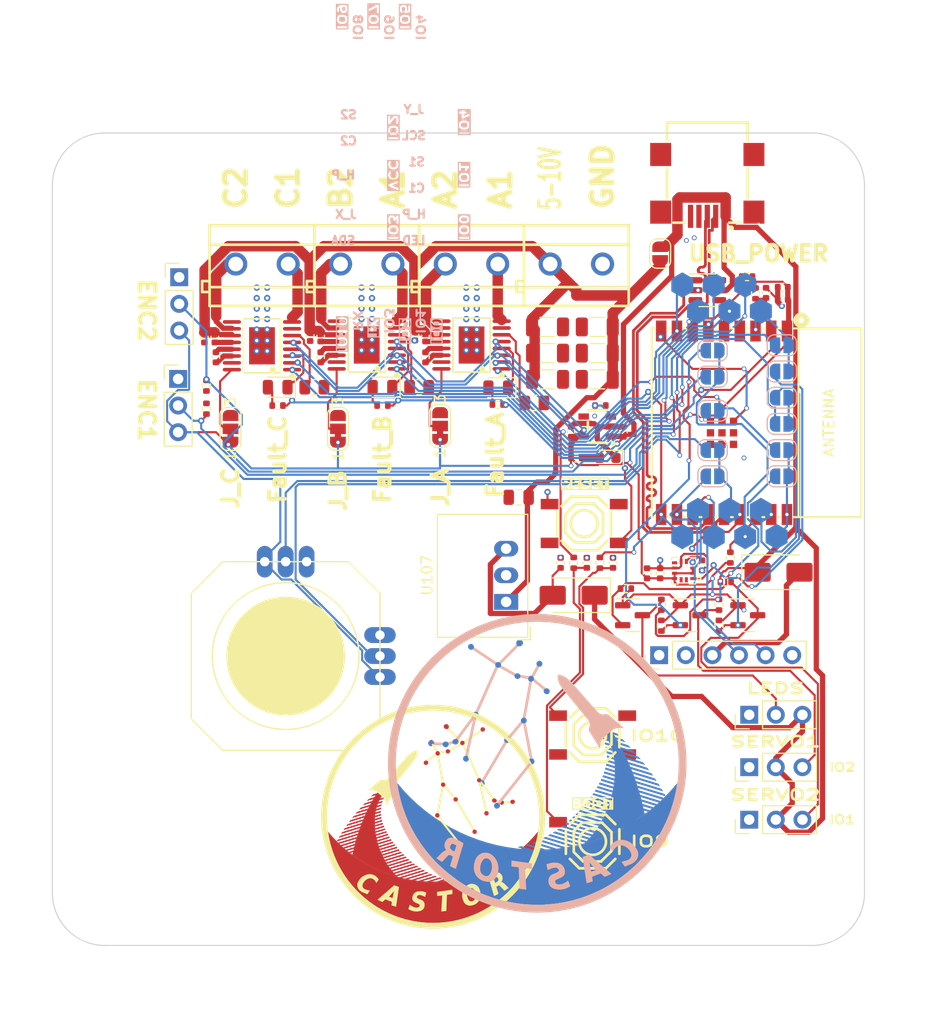
<source format=kicad_pcb>
(kicad_pcb (version 20221018) (generator pcbnew)
  (layers (0 "F.Cu" signal) (31 "B.Cu" signal) (34 "B.Paste" user) (35 "F.Paste" user) (36 "B.SilkS" user "B.Silkscreen") (37 "F.SilkS" user "F.Silkscreen") (38 "B.Mask" user) (39 "F.Mask" user) (44 "Edge.Cuts" user))
  (net 0 "")
  (net 1 "GND")
  (net 2 "+5V")
  (net 3 "+3.3V")
  (net 4 "/CHIP_PU")
  (net 5 "Net-(U101-CPL)")
  (net 6 "Net-(U101-CPH)")
  (net 7 "Net-(U102-CPL)")
  (net 8 "Net-(U102-CPH)")
  (net 9 "Net-(U102-VCP)")
  (net 10 "Net-(U101-VCP)")
  (net 11 "Net-(D4-A)")
  (net 12 "Net-(D8-A)")
  (net 13 "Net-(D101-K)")
  (net 14 "Net-(D101-A)")
  (net 15 "Net-(D102-K)")
  (net 16 "Net-(D102-A)")
  (net 17 "/A2")
  (net 18 "/A1")
  (net 19 "/B2")
  (net 20 "/B1")
  (net 21 "/SERVO1")
  (net 23 "/RX")
  (net 24 "/TX")
  (net 26 "/GPIO0")
  (net 27 "/GPIO1")
  (net 28 "/SERVO2")
  (net 29 "/C2_C")
  (net 30 "/SERVO2_C")
  (net 31 "/GPIO2")
  (net 32 "/D-")
  (net 33 "/D+")
  (net 42 "/EN_LDO")
  (net 45 "/SERVO1_C")
  (net 46 "/B2_C")
  (net 47 "/C1_C")
  (net 48 "/A2_C")
  (net 49 "/GPIO3")
  (net 52 "/A_analog")
  (net 53 "/B_analog")
  (net 54 "Net-(U103-C1)")
  (net 58 "/LED_in")
  (net 59 "/LED_out")
  (net 60 "Net-(JP106-C)")
  (net 61 "Net-(JP105-C)")
  (net 62 "Net-(U104-CPH)")
  (net 63 "Net-(U104-CPL)")
  (net 64 "Net-(U104-VCP)")
  (net 65 "Net-(D103-K)")
  (net 66 "Net-(D103-A)")
  (net 67 "Net-(JP107-C)")
  (net 68 "/C_analog")
  (net 69 "/C2")
  (net 70 "/C1")
  (net 71 "/B1_C")
  (net 72 "/A1_C")
  (net 73 "+BATT")
  (net 74 "Net-(D104-A)")
  (net 75 "/GPIO4")
  (net 76 "/JoyX")
  (net 77 "/SDA")
  (net 78 "/JoyY")
  (net 79 "/SCL")
  (net 80 "Net-(U8-A)")
  (net 81 "Net-(U106-A)")
  (net 82 "/GPIO5")
  (net 83 "/GPIO6")
  (net 86 "/H-Bridge_nsleep")
  (footprint "Capacitor_SMD:C_0402_1005Metric" (layer "F.Cu") (at 109.7 55.9 180)
    (fp_text reference "C112" hide)
    (fp_text value "100n 16V" hide)
  )
  (footprint "LED_SMD:LED_0805_2012Metric" (layer "F.Cu") (at 61.5 64.25 180)
    (fp_text reference "D103" hide)
    (fp_text value "LED" hide)
  )
  (footprint "0_JLCPCB_Footprints:HTSSOP-16_L5.0-W4.4-P0.65-LS6.4-BL-EP" (layer "F.Cu") (at 60 60.3 90)
    (fp_text reference "U104" hide)
    (fp_text value "DRV8876PWPR" hide)
  )
  (footprint "Resistor_SMD:R_0402_1005Metric" (layer "F.Cu") (at 103.615 87 -90)
    (fp_text reference "R113" hide)
    (fp_text value "10k" hide)
  )
  (footprint "MountingHole:MountingHole_3.2mm_M3" (layer "F.Cu") (at 112.5 112.5)
    (fp_text reference "H3" hide)
    (fp_text value "MountingHole_Pad" hide)
  )
  (footprint "MountingHole:MountingHole_3.2mm_M3" (layer "F.Cu") (at 45 112.5)
    (fp_text reference "H4" hide)
    (fp_text value "MountingHole_Pad" hide)
  )
  (footprint "Converter_DCDC:Converter_DCDC_RECOM_R-78E-0.5_THT" (layer "F.Cu") (at 83.3 84.73 90)
    (fp_text reference "U107")
    (fp_text value "R-78E5.0-0.5")
  )
  (footprint "Resistor_SMD:R_0402_1005Metric" (layer "F.Cu") (at 107.1 55.3 -90)
    (fp_text reference "R106" hide)
    (fp_text value "10k" hide)
  )
  (footprint "Capacitor_SMD:C_0402_1005Metric" (layer "F.Cu") (at 75.6 61.4 -90)
    (fp_text reference "C101" hide)
    (fp_text value "22n 50V" hide)
  )
  (footprint "Resistor_SMD:R_0805_2012Metric" (layer "F.Cu") (at 65 64.25)
    (fp_text reference "R119" hide)
    (fp_text value "1k5" hide)
  )
  (footprint "Package_TO_SOT_SMD:SOT-23" (layer "F.Cu") (at 95.365 86)
    (fp_text reference "Q101" hide)
    (fp_text value "2N7002" hide)
  )
  (footprint "Capacitor_SMD:C_0402_1005Metric" (layer "F.Cu") (at 94.5 68.5 -90)
    (fp_text reference "C8" hide)
    (fp_text value "1u 25V" hide)
  )
  (footprint "LED_SMD:LED_0805_2012Metric" (layer "F.Cu") (at 71.5 64.25 180)
    (fp_text reference "D102" hide)
    (fp_text value "LED" hide)
  )
  (footprint "Jumper:SolderJumper-3_P1.3mm_Bridged12_RoundedPad1.0x1.5mm_NumberLabels" (layer "F.Cu") (at 67.25 68.22 90)
    (fp_text reference "JP105" hide)
    (fp_text value "SolderJumper_3_Bridged12" hide)
  )
  (footprint "0_JLCPCB_Footprints:SOT-23-5_L3.0-W1.7-P0.95-LS2.8-BR" (layer "F.Cu") (at 92 68)
    (fp_text reference "U7" hide)
    (fp_text value "ME6211C33M5G-N" hide)
  )
  (footprint "0_JLCPCB_Footprints:CONN-TH_P5.00_KF301-5.0-2P" (layer "F.Cu") (at 70 52.5 180)
    (fp_text reference "J3" hide)
    (fp_text value "Screw_Terminal_01x02" hide)
  )
  (footprint "Resistor_SMD:R_0402_1005Metric" (layer "F.Cu") (at 106.3 53.7)
    (fp_text reference "R107" hide)
    (fp_text value "10k" hide)
  )
  (footprint "Resistor_SMD:R_0402_1005Metric" (layer "F.Cu") (at 92.25 81 -90)
    (fp_text reference "R121" hide)
    (fp_text value "1k")
  )
  (footprint "Package_TO_SOT_SMD:SOT-23-6" (layer "F.Cu") (at 102.5 55)
    (fp_text reference "U5" hide)
    (fp_text value "SRV05-4-P-T7" hide)
  )
  (footprint "Capacitor_SMD:C_0402_1005Metric" (layer "F.Cu") (at 102 81.25 90)
    (fp_text reference "C113" hide)
    (fp_text value "220n 16V" hide)
  )
  (footprint "0_JLCPCB_Footprints:LGA-12_L2.0-W2.0-P0.50-BL" (layer "F.Cu") (at 100.25 81.75 90)
    (fp_text reference "U103" hide)
    (fp_text value "LSM303AGRTR" hide)
  )
  (footprint "LED_SMD:LED_0805_2012Metric" (layer "F.Cu") (at 82.55 64.3 180)
    (fp_text reference "D101" hide)
    (fp_text value "LED" hide)
  )
  (footprint "Connector_PinHeader_2.54mm:PinHeader_1x03_P2.54mm_Vertical" (layer "F.Cu") (at 106.5 105.5 90)
    (fp_text reference "J5" hide)
    (fp_text value "Conn_01x03_Male" hide)
  )
  (footprint "Capacitor_SMD:C_1206_3216Metric" (layer "F.Cu") (at 87.25 63.5 180)
    (fp_text reference "C121" hide)
    (fp_text value "47u 10V" hide)
  )
  (footprint "Jumper:SolderJumper-3_P1.3mm_Bridged12_RoundedPad1.0x1.5mm_NumberLabels" (layer "F.Cu") (at 57 68.22 90)
    (fp_text reference "JP107" hide)
    (fp_text value "SolderJumper_3_Bridged12" hide)
  )
  (footprint "0_JLCPCB_Footprints:SW-SMD_4P-L5.1-W5.1-P3.70-LS6.5-TL-2" (layer "F.Cu") (at 91.555 107.59)
    (fp_text reference "U8" hide)
    (fp_text value "TS-1187A-B-A-B" hide)
  )
  (footprint "0_JLCPCB_Footprints:MINI-USB-SMD_MINI-5PTP" (layer "F.Cu") (at 102.5 45 180)
    (fp_text reference "U1" hide)
    (fp_text value "MINI_5PTP" hide)
  )
  (footprint "0_JLCPCB_Footprints:HTSSOP-16_L5.0-W4.4-P0.65-LS6.4-BL-EP" (layer "F.Cu") (at 70 60.224917 90)
    (fp_text reference "U102" hide)
    (fp_text value "DRV8876PWPR" hide)
  )
  (footprint "Connector_PinHeader_2.54mm:PinHeader_1x03_P2.54mm_Vertical" (layer "F.Cu") (at 106.5 95.5 90)
    (fp_text reference "J104" hide)
    (fp_text value "Conn_01x03_Male")
  )
  (footprint "Capacitor_SMD:C_0402_1005Metric" (layer "F.Cu") (at 91 81 -90)
    (fp_text reference "C116" hide)
    (fp_text value "100n 16V" hide)
  )
  (footprint "Resistor_SMD:R_0402_1005Metric" (layer "F.Cu") (at 98.115 87 -90)
    (fp_text reference "R112" hide)
    (fp_text value "10k" hide)
  )
  (footprint "0_JLCPCB_Footprints:BULETM-SMD_ESPRESSIF_ESP32-C3-WROOM-02-N4-4MB" (layer "F.Cu") (at 104.099822 67.639954 -90)
    (fp_text reference "U9" hide)
    (fp_text value "ESP32-C3-WROOM-02-N4(4MB)" hide)
  )
  (footprint "Resistor_SMD:R_0402_1005Metric" (layer "F.Cu") (at 54.7 64.1 -90)
    (fp_text reference "R116" hide)
    (fp_text value "10k" hide)
  )
  (footprint "Capacitor_SMD:C_0402_1005Metric" (layer "F.Cu") (at 65.6 61.4 -90)
    (fp_text reference "C102" hide)
    (fp_text value "22n 50V" hide)
  )
  (footprint "Resistor_SMD:R_0402_1005Metric" (layer "F.Cu") (at 104.255 82.825)
    (fp_text reference "R114" hide)
    (fp_text value "10k" hide)
  )
  (footprint "Capacitor_SMD:C_0402_1005Metric" (layer "F.Cu") (at 88.5 81 -90)
    (fp_text reference "C124" hide)
    (fp_text value "0.1u 50V")
  )
  (footprint "Resistor_SMD:R_0402_1005Metric" (layer "F.Cu") (at 89.75 81 -90)
    (fp_text reference "R120" hide)
    (fp_text value "1k")
  )
  (footprint "Diode_SMD:D_SMA" (layer "F.Cu") (at 89.745 84.095 180)
    (fp_text reference "D104" hide)
    (fp_text value "SS34")
  )
  (footprint "Connector_PinHeader_2.54mm:PinHeader_1x03_P2.54mm_Vertical" (layer "F.Cu") (at 52.1 53.76)
    (fp_text reference "J102" hide)
    (fp_text value "Conn_01x03_Male" hide)
  )
  (footprint "Capacitor_SMD:C_0402_1005Metric" (layer "F.Cu") (at 108.1 55.25 -90)
    (fp_text reference "C117" hide)
    (fp_text value "100n 16V" hide)
  )
  (footprint "Capacitor_SMD:C_0402_1005Metric" (layer "F.Cu") (at 55.5 59.5 -90)
    (fp_text reference "C120" hide)
    (fp_text value "100n 16V" hide)
  )
  (footprint "Capacitor_SMD:C_0402_1005Metric" (layer "F.Cu") (at 109.7 54.7 180)
    (fp_text reference "C111" hide)
    (fp_text value "10u 6.3V" hide)
  )
  (footprint "Capacitor_SMD:C_0402_1005Metric" (layer "F.Cu") (at 89.5 68.5 90)
    (fp_text reference "C9" hide)
    (fp_text value "1u 25V" hide)
  )
  (footprint "Resistor_SMD:R_0402_1005Metric" (layer "F.Cu") (at 98.115 85 90)
    (fp_text reference "R110" hide)
    (fp_text value "10k" hide)
  )
  (footprint "Resistor_SMD:R_0805_2012Metric" (layer "F.Cu") (at 75 64.25)
    (fp_text reference "R104" hide)
    (fp_text value "1k5" hide)
  )
  (footprint "Connector_PinHeader_2.54mm:PinHeader_1x03_P2.54mm_Vertical" (layer "F.Cu") (at 52 63.46)
    (fp_text reference "J101" hide)
    (fp_text value "Conn_01x03_Male" hide)
  )
  (footprint "Package_TO_SOT_SMD:SOT-23" (layer "F.Cu") (at 100.865 86)
    (fp_text reference "Q3" hide)
    (fp_text value "2N7002" hide)
  )
  (footprint "Jumper:SolderJumper-3_P1.3mm_Bridged12_RoundedPad1.0x1.5mm_NumberLabels" (layer "F.Cu") (at 77 67.95 90)
    (fp_text reference "JP106" hide)
    (fp_text value "SolderJumper_3_Bridged12" hide)
  )
  (footprint "Capacitor_SMD:C_0402_1005Metric" (layer "F.Cu") (at 96.75 82 -90)
    (fp_text reference "C115" hide)
    (fp_text value "10u 6.3V" hide)
  )
  (footprint "Capacitor_SMD:C_0402_1005Metric" (layer "F.Cu") (at 75.6 59.4 -90)
    (fp_text reference "C104" hide)
    (fp_text value "100n 16V" hide)
  )
  (footprint "0_JLCPCB_Footprints:SW-SMD_4P-L5.1-W5.1-P3.70-LS6.5-TL-2" (layer "F.Cu") (at 91.555 97.43)
    (fp_text reference "U106" hide)
    (fp_text value "TS-1187A-B-A-B" hide)
  )
  (footprint "Package_TO_SOT_SMD:SOT-23" (layer "F.Cu") (at 106.365 86)
    (fp_text reference "Q1" hide)
    (fp_text value "2N7002" hide)
  )
  (footprint "Capacitor_SMD:C_0402_1005Metric" (layer "F.Cu") (at 93.5 81 -90)
    (fp_text reference "C125" hide)
    (fp_text value "100n 16V")
  )
  (footprint "Resistor_SMD:R_0402_1005Metric" (layer "F.Cu") (at 103.615 85 -90)
    (fp_text reference "R111" hide)
    (fp_text value "10k" hide)
  )
  (footprint "Connector_PinHeader_2.54mm:PinHeader_1x06_P2.54mm_Vertical" (layer "F.Cu") (at 97.905 89.81 90)
    (fp_text reference "J6" hide)
    (fp_text value "Conn_01x06_Male" hide)
  )
  (footprint "Jumper:SolderJumper-2_P1.3mm_Open_RoundedPad1.0x1.5mm" (layer "F.Cu") (at 98 51.5 90)
    (fp_text reference "JP108" hide)
    (fp_text value "VIN DIODE BYPASS" hide)
  )
  (footprint "Resistor_SMD:R_0402_1005Metric" (layer "F.Cu") (at 82.5 65.9)
    (fp_text reference "R101" hide)
    (fp_text value "1k" hide)
  )
  (footprint "0_JLCPCB_Footprints:CONN-TH_P5.00_KF301-5.0-2P" (layer "F.Cu") (at 80 52.5 180)
    (fp_text reference "J2" hide)
    (fp_text value "Screw_Terminal_01x02" hide)
  )
  (footprint "Capacitor_SMD:C_1206_3216Metric" (layer "F.Cu") (at 87.25 58.5 180)
    (fp_text reference "C107" hide)
    (fp_text value "47u 10V" hide)
  )
  (footprint "Capacitor_SMD:C_1206_3216Metric" (layer "F.Cu") (at 92 58.5)
    (fp_text reference "C108" hide)
    (fp_text value "47u 10V" hide)
  )
  (footprint "Capacitor_SMD:C_0402_1005Metric" (layer "F.Cu") (at 64.6 59.36 90)
    (fp_text reference "C103" hide)
    (fp_text value "100n 16V" hide)
  )
  (footprint "Resistor_SMD:R_0402_1005Metric" (layer "F.Cu") (at 90 71)
    (fp_text reference "R115" hide)
    (fp_text value "1k" hide)
  )
  (footprint "0_JLCPCB_Footprints:HTSSOP-16_L5.0-W4.4-P0.65-LS6.4-BL-EP" (layer "F.Cu") (at 80 60.224917 90)
    (fp_text reference "U101" hide)
    (fp_text value "DRV8876PWPR" hide)
  )
  (footprint "Capacitor_SMD:C_0402_1005Metric" (layer "F.Cu") (at 98 82 90)
    (fp_text reference "C114" hide)
    (fp_text value "100n 16V" hide)
  )
  (footprint "Connector_PinHeader_2.54mm:PinHeader_1x03_P2.54mm_Vertical" (layer "F.Cu") (at 106.5 100.5 90)
    (fp_text reference "J9" hide)
    (fp_text value "Conn_01x03_Male" hide)
  )
  (footprint "0_JLCPCB_Footprints:CONN-TH_P5.00_KF301-5.0-2P" (layer "F.Cu") (at 60 52.5 180)
    (fp_text reference "J103" hide)
    (fp_text value "Screw_Terminal_01x02" hide)
  )
  (footprint "MountingHole:MountingHole_3.2mm_M3" (layer "F.Cu") (at 45 45)
    (fp_text reference "H1" hide)
    (fp_text value "MountingHole_Pad" hide)
  )
  (footprint "Resistor_SMD:R_0402_1005Metric" (layer "F.Cu") (at 71.5 66)
    (fp_text reference "R102" hide)
    (fp_text value "1k" hide)
  )
  (footprint "0_JLCPCB_Footprints:Castor logo (2)" (layer "F.Cu") (at 65.637554 94.537554)
    (fp_text reference "LOGO1" hide)
    (fp_text value "CASTOR" hide)
  )
  (footprint "LED_SMD:LED_0603_1608Metric" (layer "F.Cu") (at 93 71 180)
    (fp_text reference "D4" hide)
    (fp_text value "LED Emerald" hide)
  )
  (footprint "Capacitor_SMD:C_0402_1005Metric" (layer "F.Cu") (at 74.6 59.3 90)
    (fp_text reference "C105" hide)
    (fp_text value "100n 16V" hide)
  )
  (footprint "Resistor_SMD:R_0402_1005Metric" (layer "F.Cu") (at 92.3 66)
    (fp_text reference "R103" hide)
    (fp_text value "10k" hide)
  )
  (footprint "Resistor_SMD:R_0402_1005Metric" (layer "F.Cu") (at 61.49 66)
    (fp_text reference "R118" hide)
    (fp_text value "1k" hide)
  )
  (footprint "Resistor_SMD:R_0402_1005Metric" (layer "F.Cu") (at 94.73 83.46 180)
    (fp_text reference "R109" hide)
    (fp_text value "10k" hide)
  )
  (footprint "Capacitor_SMD:C_1206_3216Metric" (layer "F.Cu") (at 92 63.5)
    (fp_text reference "C109" hide)
    (fp_text value "47u 10V" hide)
  )
  (footprint "0_JLCPCB_Footprints:SW-SMD_4P-L5.1-W5.1-P3.70-LS6.5-TL-2" (layer "F.Cu") (at 90.75 77.25 180)
    (fp_text reference "U10" hide)
    (fp_text value "TS-1187A-B-A-B" hide)
  )
  (footprint "Diode_SMD:D_SMA" (layer "F.Cu") (at 109.3 81.9)
    (fp_text reference "D8" hide)
    (fp_text value "SS34" hide)
  )
  (footprint "Resistor_SMD:R_0402_1005Metric" (layer "F.Cu") (at 54.7 66.3 -90)
    (fp_text reference "R117" hide)
    (fp_text value "10k" hide)
  )
  (footprint "Capacitor_SMD:C_0402_1005Metric" (layer "F.Cu") (at 65.6 59.4 -90)
    (fp_text reference "C106" hide)
    (fp_text value "100n 16V" hide)
  )
  (footprint "Resistor_SMD:R_0402_1005Metric" (layer "F.Cu") (at 104.7 80.5 90)
    (fp_text reference "R108" hide)
    (fp_text value "10k" hide)
  )
  (footprint "0_JLCPCB_Footprints:CONN-TH_P5.00_KF301-5.0-2P" (layer "F.Cu") (at 90 52.5 180)
    (fp_text reference "J4" hide)
    (fp_text value "Screw_Terminal_01x02" hide)
  )
  (footprint "Capacitor_SMD:C_0402_1005Metric" (layer "F.Cu") (at 54.5 59.5 90)
    (fp_text reference "C119" hide)
    (fp_text value "100n 16V" hide)
  )
  (footprint "Capacitor_SMD:C_0402_1005Metric" (layer "F.Cu") (at 55.6 61.4 -90)
    (fp_text reference "C118" hide)
    (fp_text value "22n 50V" hide)
  )
  (footprint "Capacitor_SMD:C_1206_3216Metric" (layer "F.Cu") (at 87.25 61 180)
    (fp_text reference "C122" hide)
    (fp_text value "47u 10V" hide)
  )
  (footprint "Resistor_SMD:R_0805_2012Metric" (layer "F.Cu") (at 86 65.75 180)
    (fp_text reference "R105" hide)
    (fp_text value "1k5" hide)
  )
  (footprint "Capacitor_SMD:C_0805_2012Metric" (layer "F.Cu") (at 84.5 74.75)
    (fp_text reference "C123" hide)
    (fp_text value "0.47u 50v")
  )
  (footprint "MountingHole:MountingHole_3.2mm_M3" (layer "F.Cu") (at 112.5 45)
    (fp_text reference "H2" hide)
    (fp_text value "MountingHole_Pad" hide)
  )
  (footprint "Capacitor_SMD:C_1206_3216Metric" (layer "F.Cu") (at 92 61)
    (fp_text reference "C110" hide)
    (fp_text value "47u 10V" hide)
  )
  (footprint "0_JLCPCB_Footprints:JOYSTICK_ANALOG_MINITHM" (layer "F.Cu") (at 62.26175 89.89325)
    (fp_text reference "RV101" hide)
    (fp_text value "R_Potentiometer_Dual" hide)
  )
  (footprint "0_JLCPCB_Footprints:Hex Pad" (layer "B.Cu") (at 101.6138 57 180)
    (fp_text reference "J121" hide)
    (fp_text value "Conn_01x01_Pin" hide)
  )
  (footprint "0_JLCPCB_Footprints:Hex Pad" (layer "B.Cu") (at 101.6138 76)
    (fp_text reference "J106" hide)
    (fp_text value "Conn_01x01_Pin" hide)
  )
  (footprint "Jumper:SolderJumper-2_P1.3mm_Open_RoundedPad1.0x1.5mm" (layer "B.Cu") (at 103 66.5 180)
    (fp_text reference "JP115" hide)
    (fp_text value "VIN DIODE BYPASS")
  )
  (footprint "Jumper:SolderJumper-2_P1.3mm_Open_RoundedPad1.0x1.5mm" (layer "B.Cu") (at 109.6138 67.75)
    (fp_text reference "JP102" hide)
    (fp_text value "VIN DIODE BYPASS")
  )
  (footprint "0_JLCPCB_Footprints:Hex Pad" (layer "B.Cu") (at 109.1138 78.5 180)
    (fp_text reference "J113" hide)
    (fp_text value "Conn_01x01_Pin" hide)
  )
  (footprint "0_JLCPCB_Footprints:Hex Pad" (layer "B.Cu") (at 100.1138 78.5 180)
    (fp_text reference "J105" hide)
    (fp_text value "Conn_01x01_Pin" hide)
  )
  (footprint "0_JLCPCB_Footprints:Hex Pad" (layer "B.Cu") (at 103.1138 54.5 180)
    (fp_text reference "J120" hide)
    (fp_text value "Conn_01x01_Pin" hide)
  )
  (footprint "Jumper:SolderJumper-2_P1.3mm_Open_RoundedPad1.0x1.5mm" (layer "B.Cu") (at 109.6138 65.25)
    (fp_text reference "JP101" hide)
    (fp_text value "VIN DIODE BYPASS")
  )
  (footprint "Jumper:SolderJumper-2_P1.3mm_Open_RoundedPad1.0x1.5mm" (layer "B.Cu") (at 109.6138 60.25)
    (fp_text reference "JP111" hide)
    (fp_text value "VIN DIODE BYPASS")
  )
  (footprint "0_JLCPCB_Footprints:Hex Pad" (layer "B.Cu") (at 104.6138 57 180)
    (fp_text reference "J119" hide)
    (fp_text value "Conn_01x01_Pin" hide)
  )
  (footprint "Jumper:SolderJumper-2_P1.3mm_Open_RoundedPad1.0x1.5mm" (layer "B.Cu") (at 103 72.75)
    (fp_text reference "JP110" hide)
    (fp_text value "VIN DIODE BYPASS")
  )
  (footprint "Jumper:SolderJumper-2_P1.3mm_Open_RoundedPad1.0x1.5mm" (layer "B.Cu") (at 103 60.75)
    (fp_text reference "JP103" hide)
    (fp_text value "VIN DIODE BYPASS")
  )
  (footprint "0_JLCPCB_Footprints:Hex Pad" (layer "B.Cu") (at 103.1138 78.5)
    (fp_text reference "J107" hide)
    (fp_text value "Conn_01x01_Pin" hide)
  )
  (footprint "0_JLCPCB_Footprints:Hex Pad" (layer "B.Cu") (at 107.6138 57 180)
    (fp_text reference "J117" hide)
    (fp_text value "Conn_01x01_Pin" hide)
  )
  (footprint "0_JLCPCB_Footprints:Hex Pad" (layer "B.Cu") (at 100.1138 54.5 180)
    (fp_text reference "J122" hide)
    (fp_text value "Conn_01x01_Pin" hide)
  )
  (footprint "Jumper:SolderJumper-2_P1.3mm_Open_RoundedPad1.0x1.5mm" (layer "B.Cu") (at 109.6138 72.75)
    (fp_text reference "JP114" hide)
    (fp_text value "VIN DIODE BYPASS")
  )
  (footprint "Jumper:SolderJumper-2_P1.3mm_Open_RoundedPad1.0x1.5mm" (layer "B.Cu") (at 103 63.25)
    (fp_text reference "JP104" hide)
    (fp_text value "VIN DIODE BYPASS")
  )
  (footprint "0_JLCPCB_Footprints:Hex Pad" (layer "B.Cu") (at 106.1138 78.5 180)
    (fp_text reference "J112" hide)
    (fp_text value "Conn_01x01_Pin" hide)
  )
  (footprint "Jumper:SolderJumper-2_P1.3mm_Open_RoundedPad1.0x1.5mm" (layer "B.Cu") (at 103 70.25)
    (fp_text reference "JP109" hide)
    (fp_text value "VIN DIODE BYPASS")
  )
  (footprint "0_JLCPCB_Footprints:Hex Pad" (layer "B.Cu") (at 106.1138 54.5 180)
    (fp_text reference "J118" hide)
    (fp_text value "Conn_01x01_Pin" hide)
  )
  (footprint "Jumper:SolderJumper-2_P1.3mm_Open_RoundedPad1.0x1.5mm" (layer "B.Cu") (at 109.6138 62.75)
    (fp_text reference "JP112" hide)
    (fp_text value "VIN DIODE BYPASS")
  )
  (footprint "Jumper:SolderJumper-2_P1.3mm_Open_RoundedPad1.0x1.5mm" (layer "B.Cu") (at 109.6138 70.25)
    (fp_text reference "JP113" hide)
    (fp_text value "VIN DIODE BYPASS")
  )
  (footprint "0_JLCPCB_Footprints:Castor logo (3)" (layer "B.Cu") (at 100.522482 85.875072 180)
    (fp_text reference "LOGO101" hide)
    (fp_text value "CASTOR" hide)
  )
  (footprint "0_JLCPCB_Footprints:Hex Pad" (layer "B.Cu") (at 104.6138 76 180)
    (fp_text reference "J108" hide)
    (fp_text value "Conn_01x01_Pin" hide)
  )
  (footprint "0_JLCPCB_Footprints:Hex Pad" (layer "B.Cu") (at 107.6138 76 180)
    (fp_text reference "J111" hide)
    (fp_text value "Conn_01x01_Pin" hide)
  )
  (gr_arc locked (start 45 117.5) (mid 41.464466 116.035534) (end 40 112.5) (stroke (width 0.1)) (layer "Edge.Cuts"))
  (gr_arc locked (start 112.5 40) (mid 116.035534 41.464466) (end 117.5 45) (stroke (width 0.1)) (layer "Edge.Cuts"))
  (gr_line locked (start 40 112.5) (end 40 45) (stroke (width 0.1)) (layer "Edge.Cuts"))
  (gr_arc locked (start 117.5 112.5) (mid 116.035534 116.035534) (end 112.5 117.5) (stroke (width 0.1)) (layer "Edge.Cuts"))
  (gr_arc locked (start 40 45) (mid 41.464466 41.464466) (end 45 40) (stroke (width 0.1)) (layer "Edge.Cuts"))
  (gr_line (start 112.5 117.5) (end 45 117.5) (stroke (width 0.1)) (layer "Edge.Cuts"))
  (gr_line (start 45 40) (end 112.5 40) (stroke (width 0.1)) (layer "Edge.Cuts"))
  (gr_line locked (start 117.5 45) (end 117.5 112.5) (stroke (width 0.1)) (layer "Edge.Cuts"))
  (gr_text "IO9" (at 67.6138 30.2888 270) (layer "B.SilkS" knockout) (effects (font (size 0.8 1) (thickness 0.2) bold) (justify left mirror)))
  (gr_text "S2" (at 68.25 38.25) (layer "B.SilkS") (effects (font (size 0.8 0.8) (thickness 0.2) bold) (justify mirror)))
  (gr_text "IO4" (at 79.25 39 270) (layer "B.SilkS" knockout) (effects (font (size 0.8 1) (thickness 0.2) bold) (justify mirror)))
  (gr_text "IO0" (at 79.25 49 270) (layer "B.SilkS" knockout) (effects (font (size 0.8 1) (thickness 0.2) bold) (justify mirror)))
  (gr_text "IO2" (at 73.6138 60.2888 270) (layer "B.SilkS" knockout) (effects (font (size 0.8 1) (thickness 0.2) bold) (justify left mirror)))
  (gr_text "H_P" (at 74.5 47.75) (layer "B.SilkS") (effects (font (size 0.8 0.8) (thickness 0.2) bold) (justify mirror)))
  (gr_text "IO4" (at 75.1138 31.2888 270) (layer "B.SilkS") (effects (font (size 0.8 1) (thickness 0.2) bold) (justify left mirror)))
  (gr_text "SDA" (at 67.75 50.25) (layer "B.SilkS") (effects (font (size 0.8 0.8) (thickness 0.2) bold) (justify mirror)))
  (gr_text "TX" (at 70.6138 59.5388 270) (layer "B.SilkS" knockout) (effects (font (size 0.8 1) (thickness 0.2) bold) (justify left mirror)))
  (gr_text "IO6" (at 72.1138 31.2888 270) (layer "B.SilkS") (effects (font (size 0.8 1) (thickness 0.2) bold) (justify left mirror)))
  (gr_text "S1" (at 74.75 42.75) (layer "B.SilkS") (effects (font (size 0.8 0.8) (thickness 0.2) bold) (justify mirror)))
  (gr_text "IO7" (at 70.6138 30.2888 270) (layer "B.SilkS" knockout) (effects (font (size 0.8 1) (thickness 0.2) bold) (justify left mirror)))
  (gr_text "C2" (at 68.25 40.75) (layer "B.SilkS") (effects (font (size 0.8 0.8) (thickness 0.2) bold) (justify mirror)))
  (gr_text "C1" (at 74.75 45.25) (layer "B.SilkS") (effects (font (size 0.8 0.8) (thickness 0.2) bold) (justify mirror)))
  (gr_text "IO10" (at 67.6138 61.0388 270) (layer "B.SilkS" knockout) (effects (font (size 0.8 1) (thickness 0.2) bold) (justify left mirror)))
  (gr_text "SCL" (at 74.5 40.25) (layer "B.SilkS") (effects (font (size 0.8 0.8) (thickness 0.2) bold) (justify mirror)))
  (gr_text "IO1" (at 75.1138 59.2888 270) (layer "B.SilkS") (effects (font (size 0.8 1) (thickness 0.2) bold) (justify left mirror)))
  (gr_text "IO0" (at 76.6138 60.2888 270) (layer "B.SilkS" knockout) (effects (font (size 0.8 1) (thickness 0.2) bold) (justify left mirror)))
  (gr_text "RX" (at 69.1138 59.0388 270) (layer "B.SilkS") (effects (font (size 0.8 1) (thickness 0.2) bold) (justify left mirror)))
  (gr_text "H_P" (at 67.75 44) (layer "B.SilkS") (effects (font (size 0.8 0.8) (thickness 0.2) bold) (justify mirror)))
  (gr_text "LED" (at 74.5 50.25) (layer "B.SilkS") (effects (font (size 0.8 0.8) (thickness 0.2) bold) (justify mirror)))
  (gr_text "IO8" (at 69.1138 31.2888 270) (layer "B.SilkS") (effects (font (size 0.8 1) (thickness 0.2) bold) (justify left mirror)))
  (gr_text "IO3" (at 72.5 49 270) (layer "B.SilkS" knockout) (effects (font (size 0.8 1) (thickness 0.2) bold) (justify mirror)))
  (gr_text "IO1" (at 79.25 44 270) (layer "B.SilkS" knockout) (effects (font (size 0.8 1) (thickness 0.2) bold) (justify mirror)))
  (gr_text "IO3" (at 72.1138 59.2888 270) (layer "B.SilkS") (effects (font (size 0.8 1) (thickness 0.2) bold) (justify left mirror)))
  (gr_text "IO5" (at 73.6138 30.2888 270) (layer "B.SilkS" knockout) (effects (font (size 0.8 1) (thickness 0.2) bold) (justify left mirror)))
  (gr_text "J_Y" (at 74.5 37.75) (layer "B.SilkS") (effects (font (size 0.8 0.8) (thickness 0.2) bold) (justify mirror)))
  (gr_text "IO2" (at 72.5 39.5 270) (layer "B.SilkS" knockout) (effects (font (size 0.8 1) (thickness 0.2) bold) (justify mirror)))
  (gr_text "J_X" (at 68 47.75) (layer "B.SilkS") (effects (font (size 0.8 0.8) (thickness 0.2) bold) (justify mirror)))
  (gr_text "VCC" (at 72.5 44 270) (layer "B.SilkS" knockout) (effects (font (size 0.8 1) (thickness 0.2) bold) (justify mirror)))
  (gr_text "Fault_C" (at 61.5 75.5 90) (layer "F.SilkS") (effects (font (size 1.5 1.5) (thickness 0.375) bold) (justify left)))
  (gr_text "SERVO1" (at 109 98.065) (layer "F.SilkS") (effects (font (size 1 1.5) (thickness 0.25) bold)))
  (gr_text "J_B" (at 67.25 76.25 90) (layer "F.SilkS") (effects (font (size 1.5 1.5) (thickness 0.375) bold) (justify left)))
  (gr_text "SERVO2" (at 109 103.145) (layer "F.SilkS") (effects (font (size 1 1.5) (thickness 0.25) bold)))
  (gr_text "IO10" (at 95 97.5) (layer "F.SilkS") (effects (font (size 1 1.5) (thickness 0.25) bold) (justify left)))
  (gr_text "A1" (at 82.75 47.5 90) (layer "F.SilkS") (effects (font (size 2 2) (thickness 0.5) bold) (justify left)))
  (gr_text "ENC1" (at 49 63.25 -90) (layer "F.SilkS") (effects (font (size 1.5 1.5) (thickness 0.375) bold) (justify left)))
  (gr_text "J_C" (at 57 76 90) (layer "F.SilkS") (effects (font (size 1.5 1.5) (thickness 0.375) bold) (justify left)))
  (gr_text "BOOT" (at 91.5 104) (layer "F.SilkS" knockout) (effects (font (size 0.8 1) (thickness 0.2) bold)))
  (gr_text "IO1" (at 114 105.5) (layer "F.SilkS") (effects (font (size 0.8 1) (thickness 0.2) bold) (justify left)))
  (gr_text "A1" (at 72.5 47.5 90) (layer "F.SilkS") (effects (font (size 2 2) (thickness 0.5) bold) (justify left)))
  (gr_text "USB_POWER" (at 100.5 51.5) (layer "F.SilkS") (effects (font (size 1.5 1.5) (thickness 0.375) bold) (justify left)))
  (gr_text "J_A" (at 77 75.84 90) (layer "F.SilkS") (effects (font (size 1.5 1.5) (thickness 0.375) bold) (justify left)))
  (gr_text "C2" (at 57.5 47.5 90) (layer "F.SilkS") (effects (font (size 2 2) (thickness 0.5) bold) (justify left)))
  (gr_text "GND" (at 92.5 47.5 90) (layer "F.SilkS") (effects (font (size 2 2) (thickness 0.5) bold) (justify left)))
  (gr_text "B2" (at 67.5 47.5 90) (layer "F.SilkS") (effects (font (size 2 2) (thickness 0.5) bold) (justify left)))
  (gr_text "LEDS" (at 109 92.985) (layer "F.SilkS") (effects (font (size 1 1.5) (thickness 0.25) bold)))
  (gr_text "5-10V" (at 87.5 47.5 90) (layer "F.SilkS") (effects (font (size 2 1.2) (thickness 0.3) bold) (justify left)))
  (gr_text "Fault_B" (at 71.5 75.5 90) (layer "F.SilkS") (effects (font (size 1.5 1.5) (thickness 0.375) bold) (justify left)))
  (gr_text "IO2" (at 114 100.5) (layer "F.SilkS") (effects (font (size 0.8 1) (thickness 0.2) bold) (justify left)))
  (gr_text "C1" (at 62.5 47.5 90) (layer "F.SilkS") (effects (font (size 2 2) (thickness 0.5) bold) (justify left)))
  (gr_text "RESET" (at 90.75 73.5) (layer "F.SilkS" knockout) (effects (font (size 0.8 1) (thickness 0.2) bold)))
  (gr_text "ENC2" (at 49 53.75 -90) (layer "F.SilkS") (effects (font (size 1.5 1.5) (thickness 0.375) bold) (justify left)))
  (gr_text "IO9" (at 95 107.59) (layer "F.SilkS") (effects (font (size 1 1.5) (thickness 0.25) bold) (justify left)))
  (gr_text "A2" (at 77.5 47.5 90) (layer "F.SilkS") (effects (font (size 2 2) (thickness 0.5) bold) (justify left)))
  (gr_text "Fault_A" (at 82.25 75 90) (layer "F.SilkS") (effects (font (size 1.5 1.5) (thickness 0.375) bold) (justify left)))
  (segment (start 87.450025 75.399809) (end 87.25 75.199784) (width 0.2) (layer "F.Cu") (net 1))
  (segment (start 99.824968 81.500064) (end 100.000064 81.324968) (width 0.2) (layer "F.Cu") (net 1))
  (segment (start 91.391921 67.728988) (end 91.708988 67.728988) (width 0.5) (layer "F.Cu") (net 1))
  (segment (start 89.5 68.02) (end 89.791012 67.728988) (width 0.5) (layer "F.Cu") (net 1))
  (segment (start 94.5 68.02) (end 93.320102 68.02) (width 0.5) (layer "F.Cu") (net 1))
  (segment (start 102 81.73) (end 102.51 81.22) (width 0.2) (layer "F.Cu") (net 1))
  (segment (start 109.6138 56.2838) (end 109.6138 56.5) (width 0.2) (layer "F.Cu") (net 1))
  (segment (start 109.22 54.7) (end 109.22 55.9) (width 0.5) (layer "F.Cu") (net 1))
  (segment (start 98 81.52) (end 99.355032 81.52) (width 0.2) (layer "F.Cu") (net 1))
  (segment (start 98.099822 59.382607) (end 98.03437 59.448059) (width 0.2) (layer "F.Cu") (net 1))
  (segment (start 101.086311 62.5) (end 106 62.5) (width 0.2) (layer "F.Cu") (net 1))
  (segment (start 91.708988 67.728988) (end 92 68.02) (width 0.5) (layer "F.Cu") (net 1))
  (segment (start 101.6138 55) (end 101.833802 55) (width 0.2) (layer "F.Cu") (net 1))
  (segment (start 98.03437 59.448059) (end 101.086311 62.5) (width 0.2) (layer "F.Cu") (net 1))
  (segment (start 109.22 55.9) (end 109.22 56.1062) (width 0.5) (layer "F.Cu") (net 1))
  (segment (start 74.6 59.78) (end 74.58 59.8) (width 0.2) (layer "F.Cu") (net 1))
  (segment (start 102.51 81.22) (end 102.51 80.489167) (width 0.2) (layer "F.Cu") (net 1))
  (segment (start 88.5 80.52) (end 88.5 80.5) (width 0.2) (layer "F.Cu") (net 1))
  (segment (start 96.75 81.52) (end 98 81.52) (width 0.2) (layer "F.Cu") (net 1))
  (segment (start 102 81.73) (end 102.00003 81.73) (width 0.2) (layer "F.Cu") (net 1))
  (segment (start 91.391921 67.700038) (end 91.391921 67.728988) (width 0.5) (layer "F.Cu") (net 1))
  (segment (start 101.3625 55) (end 101.6138 55) (width 0.2) (layer "F.Cu") (net 1))
  (segment (start 101.833802 55) (end 101.8538 54.980002) (width 0.2) (layer "F.Cu") (net 1))
  (segment (start 87.25 75.199784) (end 87.25 74.25) (width 0.2) (layer "F.Cu") (net 1))
  (segment (start 91 80.52) (end 91.000005 80.520005) (width 0.2) (layer "F.Cu") (net 1))
  (segment (start 102.51 80.489167) (end 102.170833 80.15) (width 0.2) (layer "F.Cu") (net 1))
  (segment (start 105 67.5) (end 106.25 66.25) (width 0.2) (layer "F.Cu") (net 1))
  (segment (start 92 69.2125) (end 92 68.02) (width 0.5) (layer "F.Cu") (net 1))
  (segment (start 93.5 80.52) (end 93.499992 80.52) (width 0.2) (layer "F.Cu") (net 1))
  (segment (start 99.374968 81.500064) (end 99.824968 81.500064) (width 0.2) (layer "F.Cu") (net 1))
  (segment (start 109.22 56.1062) (end 109.6138 56.5) (width 0.5) (layer "F.Cu") (net 1))
  (segment (start 89.964405 67.728988) (end 89.993355 67.700038) (width 0.5) (layer "F.Cu") (net 1))
  (segment (start 74.58 59.8) (end 74.559067 59.8) (width 0.2) (layer "F.Cu") (net 1))
  (segment (start 93.320102 68.02) (end 93.300102 68) (width 0.5) (layer "F.Cu") (net 1))
  (segment (start 100.275032 80.15) (end 100.000064 80.424968) (width 0.2) (layer "F.Cu") (net 1))
  (segment (start 98.099822 58.88989) (end 98.099822 59.382607) (width 0.2) (layer "F.Cu") (net 1))
  (segment (start 98 81.52) (end 98 80.75) (width 0.2) (layer "F.Cu") (net 1))
  (segment (start 102.170833 80.15) (end 100.275032 80.15) (width 0.2) (layer "F.Cu") (net 1))
  (segment (start 100.000064 80.424968) (end 100.000064 80.874968) (width 0.2) (layer "F.Cu") (net 1))
  (segment (start 93.280102 68.02) (end 93.300102 68) (width 0.5) (layer "F.Cu") (net 1))
  (segment (start 89.791012 67.728988) (end 89.964405 67.728988) (width 0.5) (layer "F.Cu") (net 1))
  (segment (start 93.7875 71) (end 92 69.2125) (width 0.5) (layer "F.Cu") (net 1))
  (segment (start 108.1 54.77) (end 109.6138 56.2838) (width 0.2) (layer "F.Cu") (net 1))
  (segment (start 99.355032 81.52) (end 99.374968 81.500064) (width 0.2) (layer "F.Cu") (net 1))
  (segment (start 100.000064 81.324968) (end 100.000064 80.874968) (width 0.2) (layer "F.Cu") (net 1))
  (segment (start 89.993355 67.700038) (end 91.391921 67.700038) (width 0.5) (layer "F.Cu") (net 1))
  (segment (start 92 68.02) (end 93.280102 68.02) (width 0.5) (layer "F.Cu") (net 1))
  (via (at 69.5 56.75) (size 0.6) (drill 0.3) (layers "F.Cu" "B.Cu") (net 1))
  (via (at 102.00003 81.73) (size 0.6) (drill 0.3) (layers "F.Cu" "B.Cu") (net 1))
  (via (at 88.5 80.5) (size 0.45) (drill 0.3) (layers "F.Cu" "B.Cu") (net 1))
  (via (at 70.5 58.75) (size 0.6) (drill 0.3) (layers "F.Cu" "B.Cu") (net 1))
  (via (at 80.5 55.75) (size 0.6) (drill 0.3) (layers "F.Cu" "B.Cu") (net 1))
  (via (at 59.5 58.75) (size 0.6) (drill 0.3) (layers "F.Cu" "B.Cu") (net 1))
  (via (at 79.5 55.75) (size 0.6) (drill 0.3) (layers "F.Cu" "B.Cu") (net 1))
  (via (at 69.5 57.75) (size 0.6) (drill 0.3) (layers "F.Cu" "B.Cu") (net 1))
  (via (at 80.5 58.75) (size 0.6) (drill 0.3) (layers "F.Cu" "B.Cu") (net 1))
  (via (at 98.03437 59.448059) (size 0.6) (drill 0.3) (layers "F.Cu" "B.Cu") (net 1))
  (via (at 69.5 58.75) (size 0.6) (drill 0.3) (layers "F.Cu" "B.Cu") (net 1))
  (via (at 70.5 57.75) (size 0.6) (drill 0.3) (layers "F.Cu" "B.Cu") (net 1))
  (via (at 80.5 56.75) (size 0.6) (drill 0.3) (layers "F.Cu" "B.Cu") (net 1))
  (via (at 70.5 55.75) (size 0.6) (drill 0.3) (layers "F.Cu" "B.Cu") (net 1))
  (via (at 106.25 66.25) (size 0.45) (drill 0.3) (layers "F.Cu" "B.Cu") (net 1))
  (via (at 79.5 56.75) (size 0.6) (drill 0.3) (layers "F.Cu" "B.Cu") (net 1))
  (via (at 100.5 50.25) (size 0.45) (drill 0.3) (layers "F.Cu" "B.Cu") (net 1))
  (via (at 69.5 54.75) (size 0.6) (drill 0.3) (layers "F.Cu" "B.Cu") (net 1))
  (via (at 79.5 57.75) (size 0.6) (drill 0.3) (layers "F.Cu" "B.Cu") (net 1))
  (via (at 101.6138 55) (size 0.45) (drill 0.3) (layers "F.Cu" "B.Cu") (net 1))
  (via (at 109.6138 56.5) (size 0.6) (drill 0.3) (layers "F.Cu" "B.Cu") (net 1))
  (via (at 80.5 57.75) (size 0.6) (drill 0.3) (layers "F.Cu" "B.Cu") (net 1))
  (via (at 106 62.5) (size 0.45) (drill 0.3) (layers "F.Cu" "B.Cu") (net 1))
  (via (at 91.75 67) (size 0.45) (drill 0.3) (layers "F.Cu" "B.Cu") (net 1))
  (via (at 87.25 74.25) (size 0.6) (drill 0.3) (layers "F.Cu" "B.Cu") (net 1))
  (via (at 101.25 50) (size 0.45) (drill 0.3) (layers "F.Cu" "B.Cu") (net 1))
  (via (at 79.5 54.75) (size 0.6) (drill 0.3) (layers "F.Cu" "B.Cu") (net 1))
  (via (at 91.000005 80.520005) (size 0.45) (drill 0.3) (layers "F.Cu" "B.Cu") (net 1))
  (via (at 74.559067 59.8) (size 0.6) (drill 0.3) (layers "F.Cu" "B.Cu") (net 1))
  (via (at 59.5 55.75) (size 0.6) (drill 0.3) (layers "F.Cu" "B.Cu") (net 1))
  (via (at 70.5 54.75) (size 0.6) (drill 0.3) (layers "F.Cu" "B.Cu") (net 1))
  (via (at 60.5 56.75) (size 0.6) (drill 0.3) (layers "F.Cu" "B.Cu") (net 1))
  (via (at 79.5 58.75) (size 0.6) (drill 0.3) (layers "F.Cu" "B.Cu") (net 1))
  (via (at 70.5 56.75) (size 0.6) (drill 0.3) (layers "F.Cu" "B.Cu") (net 1))
  (via (at 59.5 56.75) (size 0.6) (drill 0.3) (layers "F.Cu" "B.Cu") (net 1))
  (via (at 60.5 57.75) (size 0.6) (drill 0.3) (layers "F.Cu" "B.Cu") (net 1))
  (via (at 98.000002 80.75) (size 0.6) (drill 0.3) (layers "F.Cu" "B.Cu") (net 1))
  (via (at 59.5 54.75) (size 0.6) (drill 0.3) (layers "F.Cu" "B.Cu") (net 1))
  (via (at 106 71) (size 0.45) (drill 0.3) (layers "F.Cu" "B.Cu") (net 1))
  (via (at 60.5 58.75) (size 0.6) (drill 0.3) (layers "F.Cu" "B.Cu") (net 1))
  (via (at 80.5 54.75) (size 0.6) (drill 0.3) (layers "F.Cu" "B.Cu") (net 1))
  (via (at 60.5 55.75) (size 0.6) (drill 0.3) (layers "F.Cu" "B.Cu") (net 1))
  (via (at 93.499992 80.52) (size 0.45) (drill 0.3) (layers "F.Cu" "B.Cu") (net 1))
  (via (at 69.5 55.75) (size 0.6) (drill 0.3) (layers "F.Cu" "B.Cu") (net 1))
  (via (at 59.5 57.75) (size 0.6) (drill 0.3) (layers "F.Cu" "B.Cu") (net 1))
  (via (at 60.5 54.75) (size 0.6) (drill 0.3) (layers "F.Cu" "B.Cu") (net 1))
  (segment (start 106.25 66.25) (end 106.25 62.75) (width 0.2) (layer "B.Cu") (net 1))
  (segment (start 106.25 62.75) (end 106 62.5) (width 0.2) (layer "B.Cu") (net 1))
  (segment (start 112.9 91.15) (end 113.5 91.75) (width 0.5) (layer "F.Cu") (net 2))
  (segment (start 110.949822 52.749822) (end 110.949822 77.650178) (width 0.5) (layer "F.Cu") (net 2))
  (segment (start 103.817993 82.25397) (end 103.817993 82.04561) (width 0.2) (layer "F.Cu") (net 2))
  (segment (start 106.9 81.5) (end 107.3 81.9) (width 0.2) (layer "F.Cu") (net 2))
  (segment (start 104.2 81.8) (end 104.5 81.5) (width 0.2) (layer "F.Cu") (net 2))
  (segment (start 103.745 82.825) (end 103.745 82.326963) (width 0.2) (layer "F.Cu") (net 2))
  (segment (start 94.5 66.75) (end 95.5 67.75) (width 0.5) (layer "F.Cu") (net 2))
  (segment (start 102.070025 84.5) (end 103.5 84.5) (width 0.2) (layer "F.Cu") (net 2))
  (segment (start 103.51 84.49) (end 103.5 84.5) (width 0.2) (layer "F.Cu") (net 2))
  (segment (start 110.949822 77.650178) (end 112.9 79.600356) (width 0.5) (layer "F.Cu") (net 2))
  (segment (start 97.791238 87.98) (end 100.27 87.98) (width 0.2) (layer "F.Cu") (net 2))
  (segment (start 109.04 105.5) (end 110.605 103.935) (width 0.5) (layer "F.Cu") (net 2))
  (segment (start 72.5 66) (end 73 65.5) (width 0.2) (layer "F.Cu") (net 2))
  (segment (start 100.27 87.98) (end 100.865 87.385) (width 0.2) (layer "F.Cu") (net 2))
  (segment (start 97.595 86.03) (end 97.595 87.783762) (width 0.2) (layer "F.Cu") (net 2))
  (segment (start 104.249975 46.150089) (end 104.249975 47.950089) (width 1) (layer "F.Cu") (net 2))
  (segment (start 98.925 50.425) (end 99.1 50.6) (width 0.5) (layer "F.Cu") (net 2))
  (segment (start 99.1 50.6) (end 99.1 53.65) (width 0.5) (layer "F.Cu") (net 2))
  (segment (start 109.04 99.63) (end 111.58 97.09) (width 0.5) (layer "F.Cu") (net 2))
  (segment (start 110.24 106.7) (end 109.04 105.5) (width 0.5) (layer "F.Cu") (net 2))
  (segment (start 62 66) (end 62.375 66) (width 0.2) (layer "F.Cu") (net 2))
  (segment (start 99.108604 93.75) (end 101.95 93.75) (width 0.5) (layer "F.Cu") (net 2))
  (segment (start 99.849911 46.150089) (end 104.249975 46.150089) (width 1) (layer "F.Cu") (net 2))
  (segment (start 104.5 81.5) (end 106.9 81.5) (width 0.2) (layer "F.Cu") (net 2))
  (segment (start 104.336028 55) (end 104.8875 54.448528) (width 0.5) (layer "F.Cu") (net 2))
  (segment (start 107.200038 49.000038) (end 110.949822 52.749822) (width 0.5) (layer "F.Cu") (net 2))
  (segment (start 94.5 69.042892) (end 93.900488 69.642404) (width 0.2) (layer "F.Cu") (net 2))
  (segment (start 104.925 96.725) (end 110.355 96.725) (width 0.5) (layer "F.Cu") (net 2))
  (segment (start 98 50.85) (end 98.5 50.85) (width 1) (layer "F.Cu") (net 2))
  (segment (start 93.300102 68.949962) (end 94.469962 68.949962) (width 0.5) (layer "F.Cu") (net 2))
  (segment (start 110.605 102.065) (end 109.04 100.5) (width 0.5) (layer "F.Cu") (net 2))
  (segment (start 101.95 93.75) (end 104.925 96.725) (width 0.5) (layer "F.Cu") (net 2))
  (segment (start 110.949822 77.650178) (end 107.3 81.3) (width 0.5) (layer "F.Cu") (net 2))
  (segment (start 104.8875 54.448528) (end 104.8875 53.651472) (width 0.5) (layer "F.Cu") (net 2))
  (segment (start 100.865 85.705025) (end 102.070025 84.5) (width 0.2) (layer "F.Cu") (net 2))
  (segment (start 113.5 105.385) (end 112.185 106.7) (width 0.5) (layer "F.Cu") (net 2))
  (segment (start 94.469962 68.949962) (end 94.5 68.98) (width 0.5) (layer "F.Cu") (net 2))
  (segment (start 83.231372 65.9) (end 83.265687 65.934315) (width 0.2) (layer "F.Cu") (net 2))
  (segment (start 103.6375 55) (end 104.336028 55) (width 0.5) (layer "F.Cu") (net 2))
  (segment (start 103.745 82.825) (end 103.745 82.755) (width 0.2) (layer "F.Cu") (net 2))
  (segment (start 104.063603 81.8) (end 104.2 81.8) (width 0.2) (layer "F.Cu") (net 2))
  (segment (start 98.925 50.425) (end 99.650038 49.699962) (width 1) (layer "F.Cu") (net 2))
  (segment (start 105.150025 49.000038) (end 107.200038 49.000038) (width 0.5) (layer "F.Cu") (net 2))
  (segment (start 99.1 53.65) (end 94.5 58.25) (width 0.5) (layer "F.Cu") (net 2))
  (segment (start 83.01 65.9) (end 83.231372 65.9) (width 0.2) (layer "F.Cu") (net 2))
  (segment (start 111.58 97.09) (end 111.58 95.5) (width 0.5) (layer "F.Cu") (net 2))
  (segment (start 112.185 106.7) (end 110.24 106.7) (width 0.5) (layer "F.Cu") (net 2))
  (segment (start 99.650038 49.699962) (end 99.650038 46.349962) (width 1) (layer "F.Cu") (net 2))
  (segment (start 110.605 103.935) (end 110.605 102.065) (width 0.5) (layer "F.Cu") (net 2))
  (segment (start 104.100076 52.864048) (end 104.100076 47.950089) (width 0.5) (layer "F.Cu") (net 2))
  (segment (start 103.615 84.49) (end 103.51 84.49) (width 0.2) (layer "F.Cu") (net 2))
  (segment (start 103.817993 82.04561) (end 104.063603 81.8) (width 0.2) (layer "F.Cu") (net 2))
  (segment (start 113.5 91.75) (end 113.5 105.385) (width 0.5) (layer "F.Cu") (net 2))
  (segment (start 109.04 100.5) (end 109.04 99.63) (width 0.5) (layer "F.Cu") (net 2))
  (segment (start 95.5 67.75) (end 95.5 68.75) (width 0.5) (layer "F.Cu") (net 2))
  (segment (start 99.650038 46.349962) (end 99.849911 46.150089) (width 1) (layer "F.Cu") (net 2))
  (segment (start 112.9 79.600356) (end 112.9 91.15) (width 0.5) (layer "F.Cu") (net 2))
  (segment (start 103.745 82.326963) (end 103.817993 82.25397) (width 0.2) (layer "F.Cu") (net 2))
  (segment (start 107.3 81.3) (end 107.3 81.9) (width 0.5) (layer "F.Cu") (net 2))
  (segment (start 100.865 87.385) (end 100.865 85.705025) (width 0.2) (layer "F.Cu") (net 2))
  (segment (start 91.745 84.095) (end 91.745 86.386396) (width 0.5) (layer "F.Cu") (net 2))
  (segment (start 72.01 66) (end 72.5 66) (width 0.2) (layer "F.Cu") (net 2))
  (segment (start 97.595 87.783762) (end 97.791238 87.98) (width 0.2) (layer "F.Cu") (net 2))
  (segment (start 104.8875 53.651472) (end 104.100076 52.864048) (width 0.5) (layer "F.Cu") (net 2))
  (segment (start 104.100076 47.950089) (end 105.150025 49.000038) (width 0.5) (layer "F.Cu") (net 2))
  (segment (start 94.5 68.98) (end 94.5 69.042892) (width 0.2) (layer "F.Cu") (net 2))
  (segment (start 95.5 68.75) (end 94.73 68.75) (width 0.5) (layer "F.Cu") (net 2))
  (segment (start 91.745 86.386396) (end 99.108604 93.75) (width 0.5) (layer "F.Cu") (net 2))
  (segment (start 98.115 85.51) (end 97.595 86.03) (width 0.2) (layer "F.Cu") (net 2))
  (segment (start 94.5 58.25) (end 94.5 66.75) (width 0.5) (layer "F.Cu") (net 2))
  (segment (start 103.745 82.755) (end 103.75 82.75) (width 0.2) (layer "F.Cu") (net 2))
  (segment (start 94.73 68.75) (end 94.5 68.98) (width 0.5) (layer "F.Cu") (net 2))
  (segment (start 98.5 50.85) (end 98.925 50.425) (width 1) (layer "F.Cu") (net 2))
  (segment (start 110.355 96.725) (end 111.58 95.5) (width 0.5) (layer "F.Cu") (net 2))
  (segment (start 62.375 66) (end 62.875 65.5) (width 0.2) (layer "F.Cu") (net 2))
  (via (at 103.5 84.5) (size 0.45) (drill 0.3) (layers "F.Cu" "B.Cu") (net 2))
  (via (at 73 65.5) (size 0.6) (drill 0.3) (layers "F.Cu" "B.Cu") (net 2))
  (via (at 83.265687 65.934315) (size 0.6) (drill 0.3) (layers "F.Cu" "B.Cu") (net 2))
  (via (at 93.900488 69.642404) (size 0.6) (drill 0.3) (layers "F.Cu" "B.Cu") (net 2))
  (via (at 103.75 82.75) (size 0.45) (drill 0.3) (layers "F.Cu" "B.Cu") (net 2))
  (via (at 62.875 65.5) (size 0.6) (drill 0.3) (layers "F.Cu" "B.Cu") (net 2))
  (segment (start 88.674264 71) (end 92.542892 71) (width 0.2) (layer "B.Cu") (net 2))
  (segment (start 83.608579 65.934315) (end 88.674264 71) (width 0.2) (layer "B.Cu") (net 2))
  (segment (start 92.542892 71) (end 93.900488 69.642404) (width 0.2) (layer "B.Cu") (net 2))
  (segment (start 73 65.5) (end 72.8 65.7) (width 0.2) (layer "B.Cu") (net 2))
  (segment (start 72.8 65.7) (end 63.075 65.7) (width 0.2) (layer "B.Cu") (net 2))
  (segment (start 103.75 82.75) (end 103.75 84.25) (width 0.2) (layer "B.Cu") (net 2))
  (segment (start 63.075 65.7) (end 62.875 65.5) (width 0.2) (layer "B.Cu") (net 2))
  (segment (start 82.831372 65.5) (end 73 65.5) (width 0.2) (layer "B.Cu") (net 2))
  (segment (start 83.265687 65.934315) (end 82.831372 65.5) (width 0.2) (layer "B.Cu") (net 2))
  (segment (start 83.265687 65.934315) (end 83.608579 65.934315) (width 0.2) (layer "B.Cu") (net 2))
  (segment (start 103.75 84.25) (end 103.5 84.5) (width 0.2) (layer "B.Cu") (net 2))
  (segment (start 109.67 54.19) (end 110.18 54.7) (width 0.2) (layer "F.Cu") (net 3))
  (segment (start 94.236522 71.675) (end 90.165 71.675) (width 0.2) (layer "F.Cu") (net 3))
  (segment (start 105.8775 85.5) (end 105.4275 85.05) (width 0.2) (layer "F.Cu") (net 3))
  (segment (start 103 82.25) (end 103 82.5) (width 0.2) (layer "F.Cu") (net 3))
  (segment (start 96.24 81.97) (end 96.24 79.01) (width 0.2) (layer "F.Cu") (net 3))
  (segment (start 110.18 54.7) (end 110.18 55.9) (width 0.5) (layer "F.Cu") (net 3))
  (segment (start 99.354904 82.48) (end 99.374968 82.500064) (width 0.2) (layer "F.Cu") (net 3))
  (segment (start 110.099822 58.88989) (end 110.099822 60.08989) (width 0.2) (layer "F.Cu") (net 3))
  (segment (start 96.24 79.01) (end 96.25 79) (width 0.2) (layer "F.Cu") (net 3))
  (segment (start 95.437601 72.062399) (end 94.850469 71.475267) (width 0.2) (layer "F.Cu") (net 3))
  (segment (start 98 82.48) (end 99.354904 82.48) (width 0.2) (layer "F.Cu") (net 3))
  (segment (start 62.974879 59.974879) (end 63 60) (width 0.2) (layer "F.Cu") (net 3))
  (segment (start 95.062601 71.687399) (end 95.062601 71.513341) (width 0.2) (layer "F.Cu") (net 3))
  (segment (start 101.125032 81.500064) (end 101.125032 81.999936) (width 0.2) (layer "F.Cu") (net 3))
  (segment (start 95.062601 71.513341) (end 95.127868 71.448074) (width 0.2) (layer "F.Cu") (net 3))
  (segment (start 99.609931 83.075032) (end 102.424968 83.075032) (width 0.2) (layer "F.Cu") (net 3))
  (segment (start 99.374968 82.500064) (end 99.374968 82.840069) (width 0.2) (layer "F.Cu") (net 3))
  (segment (start 96.25 79) (end 95.95136 78.70136) (width 0.2) (layer "F.Cu") (net 3))
  (segment (start 100.875 66.875) (end 101.520445 66.875) (width 0.2) (layer "F.Cu") (net 3))
  (segment (start 107.1 54.79) (end 107.1 54.19) (width 0.2) (layer "F.Cu") (net 3))
  (segment (start 103.615 86.49) (end 103.9875 86.49) (width 0.2) (layer "F.Cu") (net 3))
  (segment (start 95.437601 72.062399) (end 95.062601 71.687399) (width 0.2) (layer "F.Cu") (net 3))
  (segment (start 107.1 54.19) (end 109.67 54.19) (width 0.2) (layer "F.Cu") (net 3))
  (segment (start 103 84.02) (end 104.3975 84.02) (width 0.2) (layer "F.Cu") (net 3))
  (segment (start 95.95136 78.70136) (end 95.95136 72.576158) (width 0.2) (layer "F.Cu") (net 3))
  (segment (start 89.49 71) (end 89.49 69.601961) (width 0.5) (layer "F.Cu") (net 3))
  (segment (start 106.81 53.7) (end 106.81 54.5) (width 0.2) (layer "F.Cu") (net 3))
  (segment (start 100.9575 84.02) (end 103 84.02) (width 0.2) (layer "F.Cu") (net 3))
  (segment (start 96.75 82.48) (end 98 82.48) (width 0.2) (layer "F.Cu") (net 3))
  (segment (start 89.49 71) (end 89.49 71.74) (width 0.2) (layer "F.Cu") (net 3))
  (segment (start 96.75 82.48) (end 96.24 81.97) (width 0.2) (layer "F.Cu") (net 3))
  (segment (start 89.5 68.98) (end 90.111961 68.98) (width 0.5) (layer "F.Cu") (net 3))
  (segment (start 94.436255 71.475267) (end 94.236522 71.675) (width 0.2) (layer "F.Cu") (net 3))
  (segment (start 55.613222 68.54) (end 56.796611 69.723389) (width 0.2) (layer "F.Cu") (net 3))
  (segment (start 99.374968 81.999936) (end 101.125032 81.999936) (width 0.2) (layer "F.Cu") (net 3))
  (segment (start 104.24 81.01) (end 103 82.25) (width 0.2) (layer "F.Cu") (net 3))
  (segment (start 106 85.5) (end 105.8775 85.5) (width 0.2) (layer "F.Cu") (net 3))
  (segment (start 95.4575 84.02) (end 98.8975 84.02) (width 0.2) (layer "F.Cu") (net 3))
  (segment (start 110.099822 58.88989) (end 110.2638 58.725912) (width 0.5) (layer "F.Cu") (net 3))
  (segment (start 98.8975 84.02) (end 99.9275 85.05) (width 0.2) (layer "F.Cu") (net 3))
  (segment (start 98.115 86.49) (end 98.4875 86.49) (width 0.2) (layer "F.Cu") (net 3))
  (segment (start 102.424968 83.075032) (end 103 82.5) (width 0.2) (layer "F.Cu") (net 3))
  (segment (start 95.24 83.46) (end 94.4275 84.2725) (width 0.2) (layer "F.Cu") (net 3))
  (segment (start 89.49 69.601961) (end 90.741921 68.35004) (width 0.5) (layer "F.Cu") (net 3))
  (segment (start 104.3975 84.02) (end 105.4275 85.05) (width 0.2) (layer "F.Cu") (net 3))
  (segment (start 99.374968 82.840069) (end 99.609931 83.075032) (width 0.2) (layer "F.Cu") (net 3))
  (segment (start 104.7 81.01) (end 104.24 81.01) (width 0.2) (layer "F.Cu") (net 3))
  (segment (start 110.2638 55.9838) (end 110.18 55.9) (width 0.5) (layer "F.Cu") (net 3))
  (segment (start 94.850469 71.475267) (end 94.436255 71.475267) (width 0.2) (layer "F.Cu") (net 3))
  (segment (start 90.699898 68.949962) (end 89.530038 68.949962) (width 0.5) (layer "F.Cu") (net 3))
  (segment (start 98.4875 86.49) (end 99.9275 85.05) (width 0.2) (layer "F.Cu") (net 3))
  (segment (start 101.520445 66.875) (end 101.95969 67.314245) (width 0.2) (layer "F.Cu") (net 3))
  (segment (start 110.2638 58.725912) (end 110.2638 55.9838) (width 0.5) (layer "F.Cu") (net 3))
  (segment (start 103.9875 86.49) (end 105.4275 85.05) (width 0.2) (layer "F.Cu") (net 3))
  (segment (start 90.165 71.675) (end 89.49 71) (width 0.2) (layer "F.Cu") (net 3))
  (segment (start 89.530038 68.949962) (end 89.5 68.98) (width 0.5) (layer "F.Cu") (net 3))
  (segment (start 95.95136 72.576158) (end 95.437601 72.062399) (width 0.2) (layer "F.Cu") (net 3))
  (segment (start 52 68.54) (end 55.613222 68.54) (width 0.2) (layer "F.Cu") (net 3))
  (segment (start 99.9275 85.05) (end 100.9575 84.02) (width 0.2) (layer "F.Cu") (net 3))
  (segment (start 94.4275 84.2725) (end 94.4275 85.05) (width 0.2) (layer "F.Cu") (net 3))
  (segment (start 89.49 71.74) (end 89.5 71.75) (width 0.2) (layer "F.Cu") (net 3))
  (segment (start 103.239712 66.95) (end 102.323935 66.95) (width 0.2) (layer "F.Cu") (net 3))
  (segment (start 102.323935 66.95) (end 101.95969 67.314245) (width 0.2) (layer "F.Cu") (net 3))
  (segment (start 99.374968 82.500064) (end 99.374968 81.999936) (width 0.2) (layer "F.Cu") (net 3))
  (segment (start 62.873254 59.974879) (end 62.974879 59.974879) (width 0.2) (layer "F.Cu") (net 3))
  (segment (start 90.111961 68.98) (end 90.741921 68.35004) (width 0.5) (layer "F.Cu") (net 3))
  (segment (start 110.099822 60.08989) (end 103.239712 66.95) (width 0.2) (layer "F.Cu") (net 3))
  (segment (start 94.4275 85.05) (end 95.4575 84.02) (width 0.2) (layer "F.Cu") (net 3))
  (segment (start 106.81 54.5) (end 107.1 54.79) (width 0.2) (layer "F.Cu") (net 3))
  (via (at 56.796611 69.723389) (size 0.45) (drill 0.3) (layers "F.Cu" "B.Cu") (net 3))
  (via (at 63 60) (size 0.6) (drill 0.3) (layers "F.Cu" "B.Cu") (net 3))
  (via (at 89.5 71.75) (size 0.45) (drill 0.3) (layers "F.Cu" "B.Cu") (net 3))
  (via (at 101.95969 67.314245) (size 0.45) (drill 0.3) (layers "F.Cu" "B.Cu") (net 3))
  (via (at 82.299998 59.900002) (size 0.6) (drill 0.3) (layers "F.Cu" "B.Cu") (net 3))
  (via (at 67.25 69.52) (size 0.45) (drill 0.3) (layers "F.Cu" "B.Cu") (net 3))
  (via (at 90.741921 68.35004) (size 0.6) (drill 0.3) (layers "F.Cu" "B.Cu") (net 3))
  (via (at 100.875 66.875) (size 0.45) (drill 0.3) (layers "F.Cu" "B.Cu") (net 3))
  (via (at 103 82.5) (size 0.45) (drill 0.3) (layers "F.Cu" "B.Cu") (net 3))
  (via (at 106 85.5) (size 0.45) (drill 0.3) (layers "F.Cu" "B.Cu") (net 3))
  (via (at 103 84.02) (size 0.45) (drill 0.3) (layers "F.Cu" "B.Cu") (net 3))
  (via (at 72.873254 59.899796) (size 0.6) (drill 0.3) (layers "F.Cu" "B.Cu") (net 3))
  (via (at 77 69.25) (size 0.45) (drill 0.3) (layers "F.Cu" "B.Cu") (net 3))
  (via (at 95.127868 71.448074) (size 0.45) (drill 0.3) (layers "F.Cu" "B.Cu") (net 3))
  (segment (start 103 82.5) (end 103 84.02) (width 0.2) (layer "B.Cu") (net 3))
  (segment (start 71.168247 91.89325) (end 69.56175 90.286753) (width 0.2) (layer "B.Cu") (net 3))
  (segment (start 72.873254 60.526746) (end 72.873254 59.899796) (width 0.2) (layer "B.Cu") (net 3))
  (segment (start 50.95 67.49) (end 50.95 65.55) (width 0.2) (layer "B.Cu") (net 3))
  (segment (start 97 68.25) (end 95.127868 70.122132) (width 0.2) (layer "B.Cu") (net 3))
  (segment (start 61.868247 82.59325) (end 60.26175 80.986753) (width 0.2) (layer "B.Cu") (net 3))
  (segment (start 99.5 68.25) (end 97 68.25) (width 0.2) (layer "B.Cu") (net 3))
  (segment (start 102.35 66.5) (end 102.35 66.923935) (width 0.2) (layer "B.Cu") (net 3))
  (segment (start 69.56175 89.367514) (end 62.787486 82.59325) (width 0.2) (layer "B.Cu") (net 3))
  (segment (start 72.873254 59.899796) (end 76.673458 63.7) (width 0.2) (layer "B.Cu") (net 3))
  (segment (start 67.25 72) (end 77 72) (width 0.2) (layer "B.Cu") (net 3))
  (segment (start 53.79 68.54) (end 52 68.54) (width 0.2) (layer "B.Cu") (net 3))
  (segment (start 52.99 64.51) (end 53.05 64.45) (width 0.2) (layer "B.Cu") (net 3))
  (segment (start 58.25 73) (end 53.79 68.54) (width 0.2) (layer "B.Cu") (net 3))
  (segment (start 71.26175 91.89325) (end 71.168247 91.89325) (width 0.2) (layer "B.Cu") (net 3))
  (segment (start 90.741921 68.35004) (end 82.299998 59.908117) (width 0.2) (layer "B.Cu") (net 3))
  (segment (start 82.299998 60.700002) (end 82.299998 59.900002) (width 0.2) (layer "B.Cu") (net 3))
  (segment (start 56.796611 69.723389) (end 56.796611 69.796611) (width 0.2) (layer "B.Cu") (net 3))
  (segment (start 69.1 64.3) (end 72.873254 60.526746) (width 0.2) (layer "B.Cu") (net 3))
  (segment (start 76.673458 63.7) (end 79.3 63.7) (width 0.2) (layer "B.Cu") (net 3))
  (segment (start 100.875 66.875) (end 99.5 68.25) (width 0.2) (layer "B.Cu") (net 3))
  (segment (start 61.75 79) (end 61.75 73.75) (width 0.2) (layer "B.Cu") (net 3))
  (segment (start 62.787486 82.59325) (end 61.868247 82.59325) (width 0.2) (layer "B.Cu") (net 3))
  (segment (start 50.95 65.55) (end 51.99 64.51) (width 0.2) (layer "B.Cu") (net 3))
  (segment (start 53.05 59.79) (end 52.1 58.84) (width 0.2) (layer "B.Cu") (net 3))
  (segment (start 82.299998 59.908117) (end 82.299998 59.900002) (width 0.2) (layer "B.Cu") (net 3))
  (segment (start 60.26175 80.48825) (end 61.75 79) (width 0.2) (layer "B.Cu") (net 3))
  (segment (start 69.56175 90.286753) (end 69.56175 89.367514) (width 0.2) (layer "B.Cu") (net 3))
  (segment (start 52 68.54) (end 50.95 67.49) (width 0.2) (layer "B.Cu") (net 3))
  (segment (start 53.05 64.45) (end 53.05 59.79) (width 0.2) (layer "B.Cu") (net 3))
  (segment (start 102.35 66.923935) (end 101.95969 67.314245) (width 0.2) (layer "B.Cu") (net 3))
  (segment (start 51.99 64.51) (end 52.99 64.51) (width 0.2) (layer "B.Cu") (net 3))
  (segment (start 63 60) (end 67.3 64.3) (width 0.2) (layer "B.Cu") (net 3))
  (segment (start 77 69.25) (end 77 71.75) (width 0.2) (layer "B.Cu") (net 3))
  (segment (start 60.26175 80.986753) (end 60.26175 80.89325) (width 0.2) (layer "B.Cu") (net 3))
  (segment (start 77 72) (end 77 69.25) (width 0.2) (layer "B.Cu") (net 3))
  (segment (start 79.3 63.7) (end 82.299998 60.700002) (width 0.2) (layer "B.Cu") (net 3))
  (segment (start 67.3 64.3) (end 69.1 64.3) (width 0.2) (layer "B.Cu") (net 3))
  (segment (start 60.26175 80.89325) (end 60.26175 80.48825) (width 0.2) (layer "B.Cu") (net 3))
  (segment (start 61 73) (end 58.25 73) (width 0.2) (layer "B.Cu") (net 3))
  (segment (start 56.796611 69.796611) (end 59 72) (width 0.2) (layer "B.Cu") (net 3))
  (segment (start 61.75 73.75) (end 61 73) (width 0.2) (layer "B.Cu") (net 3))
  (segment (start 95.127868 70.122132) (end 95.127868 71.448074) (width 0.2) (layer "B.Cu") (net 3))
  (segment (start 67.25 69.52) (end 67.25 72) (width 0.2) (layer "B.Cu") (net 3))
  (segment (start 59 72) (end 67.25 72) (width 0.2) (layer "B.Cu") (net 3))
  (segment (start 77 71.75) (end 89.5 71.75) (width 0.2) (layer "B.Cu") (net 3))
  (segment (start 94.049975 79.100191) (end 95.250006 77.90016) (width 0.2) (layer "F.Cu") (net 4))
  (segment (start 108.02 55.81) (end 108.1 55.73) (width 0.2) (layer "F.Cu") (net 4))
  (segment (start 108.599949 58.88989) (end 108.599949 60.650051) (width 0.2) (layer "F.Cu") (net 4))
  (segment (start 95.250006 77.90016) (end 95.250006 73.7) (width 0.2) (layer "F.Cu") (net 4))
  (segment (start 95.250006 73.7) (end 94.643362 73.093356) (width 0.2) (layer "F.Cu") (net 4))
  (segment (start 108.599949 60.650051) (end 104.741347 64.508653) (width 0.2) (layer "F.Cu") (net 4))
  (segment (start 107.1 55.81) (end 108.02 55.81) (width 0.2) (layer "F.Cu") (net 4))
  (segment (start 104.741347 64.508653) (end 101.922868 64.508653) (width 0.2) (layer "F.Cu") (net 4))
  (segment (start 108.1 57.889941) (end 108.599949 58.38989) (width 0.2) (layer "F.Cu") (net 4))
  (segment (start 94.643362 73.093356) (end 94.643362 71.975267) (width 0.2) (layer "F.Cu") (net 4))
  (segment (start 108.1 55.73) (end 108.1 57.889941) (width 0.2) (layer "F.Cu") (net 4))
  (segment (start 108.599949 58.38989) (end 108.599949 58.88989) (width 0.2) (layer "F.Cu") (net 4))
  (via (at 101.922868 64.508653) (size 0.6) (drill 0.3) (layers "F.Cu" "B.Cu") (net 4))
  (via (at 94.643362 71.975267) (size 0.6) (drill 0.3) (layers "F.Cu" "B.Cu") (net 4))
  (segment (start 94.5 70.25) (end 94.5 71.831905) (width 0.2) (layer "B.Cu") (net 4))
  (segment (start 94.5 71.831905) (end 94.643362 71.975267) (width 0.2) (layer "B.Cu") (net 4))
  (segment (start 101.922868 64.508653) (end 101.2 65.231521) (width 0.2) (layer "B.Cu") (net 4))
  (segment (start 101.2 65.231521) (end 101.2 65.8) (width 0.2) (layer "B.Cu") (net 4))
  (segment (start 96.8 67.95) (end 94.5 70.25) (width 0.2) (layer "B.Cu") (net 4))
  (segment (start 99.05 67.95) (end 96.8 67.95) (width 0.2) (layer "B.Cu") (net 4))
  (segment (start 101.2 65.8) (end 99.05 67.95) (width 0.2) (layer "B.Cu") (net 4))
  (segment (start 75.6 61.88) (end 75.657491 61.88) (width 0.5) (layer "F.Cu") (net 5))
  (segment (start 76.337466 61.200025) (end 77.126746 61.200025) (width 0.5) (layer "F.Cu") (net 5))
  (segment (start 75.657491 61.88) (end 76.337466 61.200025) (width 0.5) (layer "F.Cu") (net 5))
  (segment (start 75.970216 60.549784) (end 75.6 60.92) (width 0.5) (layer "F.Cu") (net 6))
  (segment (start 77.126746 60.549784) (end 75.970216 60.549784) (width 0.5) (layer "F.Cu") (net 6))
  (segment (start 66.337466 61.200025) (end 67.126746 61.200025) (width 0.5) (layer "F.Cu") (net 7))
  (segment (start 65.6 61.88) (end 65.657491 61.88) (width 0.5) (layer "F.Cu") (net 7))
  (segment (start 65.657491 61.88) (end 66.337466 61.200025) (width 0.5) (layer "F.Cu") (net 7))
  (segment (start 65.970216 60.549784) (end 67.126746 60.549784) (width 0.5) (layer "F.Cu") (net 8))
  (segment (start 65.6 60.92) (end 65.970216 60.549784) (width 0.5) (layer "F.Cu") (net 8))
  (segment (start 67.126746 59.899796) (end 65.619796 59.899796) (width 0.5) (layer "F.Cu") (net 9))
  (segment (start 65.619796 59.899796) (end 65.6 59.88) (width 0.5) (layer "F.Cu") (net 9))
  (segment (start 75.619796 59.899796) (end 75.6 59.88) (width 0.5) (layer "F.Cu") (net 10))
  (segment (start 77.126746 59.899796) (end 75.619796 59.899796) (width 0.5) (layer "F.Cu") (net 10))
  (segment (start 92.2125 71) (end 90.51 71) (width 0.5) (layer "F.Cu") (net 11))
  (segment (start 110.05 83.15) (end 110.05 87.825) (width 0.5) (layer "F.Cu") (net 12))
  (segment (start 111.3 81.9) (end 110.05 83.15) (width 0.5) (layer "F.Cu") (net 12))
  (segment (start 104.185 88.61) (end 102.985 89.81) (width 0.5) (layer "F.Cu") (net 12))
  (segment (start 109.265 88.61) (end 104.185 88.61) (width 0.5) (layer "F.Cu") (net 12))
  (segment (start 110.05 87.825) (end 109.265 88.61) (width 0.5) (layer "F.Cu") (net 12))
  (segment (start 83.946508 61.046144) (end 83.946508 63.553492) (width 0.2) (layer "F.Cu") (net 13))
  (segment (start 83.450148 60.549784) (end 83.946508 61.046144) (width 0.2) (layer "F.Cu") (net 13))
  (segment (start 83.946508 63.553492) (end 83.4875 64.0125) (width 0.2) (layer "F.Cu") (net 13))
  (segment (start 82.873254 60.549784) (end 83.450148 60.549784) (width 0.2) (layer "F.Cu") (net 13))
  (segment (start 83.4875 64.0125) (end 83.4875 64.3) (width 0.2) (layer "F.Cu") (net 13))
  (segment (start 81.99 64.6775) (end 81.6125 64.3) (width 0.2) (layer "F.Cu") (net 14))
  (segment (start 81.99 65.9) (end 81.99 64.6775) (width 0.2) (layer "F.Cu") (net 14))
  (segment (start 73.946508 62.740992) (end 72.4375 64.25) (width 0.2) (layer "F.Cu") (net 15))
  (segment (start 73.450148 60.549784) (end 73.946508 61.046144) (width 0.2) (layer "F.Cu") (net 15))
  (segment (start 72.873254 60.549784) (end 73.450148 60.549784) (width 0.2) (layer "F.Cu") (net 15))
  (segment (start 73.946508 61.046144) (end 73.946508 62.740992) (width 0.2) (layer "F.Cu") (net 15))
  (segment (start 70.5625 65.5725) (end 70.99 66) (width 0.2) (layer "F.Cu") (net 16))
  (segment (start 70.5625 64.25) (end 70.5625 65.5725) (width 0.2) (layer "F.Cu") (net 16))
  (segment (start 77.5 52.5) (end 75.653492 54.346508) (width 1) (layer "F.Cu") (net 17))
  (segment (start 76.337466 58.599822) (end 75.653492 57.915848) (width 0.5) (layer "F.Cu") (net 17))
  (segment (start 77.126746 58.599822) (end 76.337466 58.599822) (width 0.5) (layer "F.Cu") (net 17))
  (segment (start 75.653492 54.346508) (end 75.653492 57.75) (width 1) (layer "F.Cu") (net 17))
  (segment (start 75.653492 57.915848) (end 75.653492 57.75) (width 0.5) (layer "F.Cu") (net 17))
  (segment (start 82.5 52.5) (end 82.5 57.455067) (width 1) (layer "F.Cu") (net 18))
  (segment (start 82.5 57.455067) (end 82.873254 57.828321) (width 1) (layer "F.Cu") (net 18))
  (segment (start 67.5 52.5) (end 66.5 52.5) (width 1) (layer "F.Cu") (net 19))
  (segment (start 65.653492 53.346508) (end 65.653492 57.7) (width 1) (layer "F.Cu") (net 19))
  (segment (start 67.126746 58.599822) (end 66.337467 58.599822) (width 0.5) (layer "F.Cu") (net 19))
  (segment (start 66.337467 58.599822) (end 65.653492 57.915847) (width 0.5) (layer "F.Cu") (net 19))
  (segment (start 66.5 52.5) (end 65.653492 53.346508) (width 1) (layer "F.Cu") (net 19))
  (segment (start 65.653492 57.915847) (end 65.653492 57.7) (width 0.5) (layer "F.Cu") (net 19))
  (segment (start 72.5 52.5) (end 73.4 53.4) (width 1) (layer "F.Cu") (net 20))
  (segment (start 73.4 57.301575) (end 72.873254 57.828321) (width 1) (layer "F.Cu") (net 20))
  (segment (start 73.4 53.4) (end 73.4 57.301575) (width 1) (layer "F.Cu") (net 20))
  (segment (start 107.3025 86) (end 107.3025 86.307475) (width 0.2) (layer "F.Cu") (net 21))
  (segment (start 111.5 91) (end 113.05 92.55) (width 0.2) (layer "F.Cu") (net 21))
  (segment (start 107.3025 85.3625) (end 107.3025 86) (width 0.2) (layer "F.Cu") (net 21))
  (segment (start 107.3025 86.307475) (end 105.449975 88.16) (width 0.2) (layer "F.Cu") (net 21))
  (segment (start 101.925736 89.074264) (end 101.925736 90.425736) (width 0.2) (layer "F.Cu") (net 21))
  (segment (start 105.449975 88.16) (end 102.84 88.16) (width 0.2) (layer "F.Cu") (net 21))
  (segment (start 101.925736 90.425736) (end 102.5 91) (width 0.2) (layer "F.Cu") (net 21))
  (segment (start 102.84 88.16) (end 101.925736 89.074264) (width 0.2) (layer "F.Cu") (net 21))
  (segment (start 113.05 104.03) (end 111.58 105.5) (width 0.2) (layer "F.Cu") (net 21))
  (segment (start 104.765 82.825) (end 107.3025 85.3625) (width 0.2) (layer "F.Cu") (net 21))
  (segment (start 113.05 92.55) (end 113.05 104.03) (width 0.2) (layer "F.Cu") (net 21))
  (segment (start 102.5 91) (end 111.5 91) (width 0.2) (layer "F.Cu") (net 21))
  (via (at 99.599949 76.390018) (size 0.45) (drill 0.3) (layers "F.Cu" "B.Cu") (net 23))
  (segment (start 101.8638 76.25) (end 101.8638 80.893309) (width 0.2) (layer "B.Cu") (net 23))
  (segment (start 101.299998 81.457111) (end 101.299998 85.584998) (width 0.2) (layer "B.Cu") (net 23))
  (segment (start 101.6138 76) (end 101.8638 76.25) (width 0.2) (layer "B.Cu") (net 23))
  (segment (start 101.8638 80.893309) (end 101.299998 81.457111) (width 0.2) (layer "B.Cu") (net 23))
  (segment (start 101.6138 76) (end 99.989967 76) (width 0.2) (layer "B.Cu") (net 23))
  (segment (start 99.989967 76) (end 99.599949 76.390018) (width 0.2) (layer "B.Cu") (net 23))
  (segment (start 101.299998 85.584998) (end 105.525 89.81) (width 0.2) (layer "B.Cu") (net 23))
  (segment (start 101.099822 75.890018) (end 101.099822 76.390018) (width 0.2) (layer "F.Cu") (net 24))
  (segment (start 102.6138 74.75) (end 102.23984 74.75) (width 0.2) (layer "F.Cu") (net 24))
  (segment (start 102.23984 74.75) (end 101.099822 75.890018) (width 0.2) (layer "F.Cu") (net 24))
  (via (at 102.6138 74.75) (size 0.45) (drill 0.3) (layers "F.Cu" "B.Cu") (net 24))
  (segment (start 102.5 79.1138) (end 103.1138 78.5) (width 0.2) (layer "B.Cu") (net 24))
  (segment (start 103.1138 78.5) (end 103.1138 75.25) (width 0.2) (layer "B.Cu") (net 24))
  (segment (start 108.065 89.81) (end 107.015 88.76) (width 0.2) (layer "B.Cu") (net 24))
  (segment (start 102.5 86.25) (end 102.5 79.1138) (width 0.2) (layer "B.Cu") (net 24))
  (segment (start 103.1138 75.25) (end 102.6138 74.75) (width 0.2) (layer "B.Cu") (net 24))
  (segment (start 105.01 88.76) (end 102.5 86.25) (width 0.2) (layer "B.Cu") (net 24))
  (segment (start 107.015 88.76) (end 105.01 88.76) (width 0.2) (layer "B.Cu") (net 24))
  (via (at 110.099822 76.390018) (size 0.45) (drill 0.3) (layers "F.Cu" "B.Cu") (net 26))
  (segment (start 110.099822 72.913978) (end 110.2638 72.75) (width 0.2) (layer "B.Cu") (net 26))
  (segment (start 110.099822 77.513978) (end 110.099822 76.390018) (width 0.2) (layer "B.Cu") (net 26))
  (segment (start 109.1138 78.5) (end 110.099822 77.513978) (width 0.2) (layer "B.Cu") (net 26))
  (segment (start 110.099822 77.513978) (end 110.099822 72.913978) (width 0.2) (layer "B.Cu") (net 26))
  (segment (start 110.2638 72.75) (end 110.2638 70.25) (width 0.2) (layer "B.Cu") (net 26))
  (via (at 108.599949 76.390018) (size 0.45) (drill 0.3) (layers "F.Cu" "B.Cu") (net 27))
  (segment (start 107.6138 76) (end 108.209931 76) (width 0.2) (layer "B.Cu") (net 27))
  (segment (start 107.6638 76.05) (end 107.6138 76) (width 0.2) (layer "B.Cu") (net 27))
  (segment (start 109.592007 79.923265) (end 108.606512 79.923265) (width 0.2) (layer "B.Cu") (net 27))
  (segment (start 110.2638 67.75) (end 110.9638 68.45) (width 0.2) (layer "B.Cu") (net 27))
  (segment (start 108.209931 76) (end 108.599949 76.390018) (width 0.2) (layer "B.Cu") (net 27))
  (segment (start 110.9638 78.551472) (end 110.3638 79.151472) (width 0.2) (layer "B.Cu") (net 27))
  (segment (start 110.9638 68.45) (end 110.9638 78.551472) (width 0.2) (layer "B.Cu") (net 27))
  (segment (start 108.606512 79.923265) (end 107.6638 78.980553) (width 0.2) (layer "B.Cu") (net 27))
  (segment (start 110.2638 65.25) (end 110.2638 67.75) (width 0.2) (layer "B.Cu") (net 27))
  (segment (start 110.217353 79.327) (end 110.188272 79.327) (width 0.2) (layer "B.Cu") (net 27))
  (segment (start 110.3638 79.180553) (end 110.217353 79.327) (width 0.2) (layer "B.Cu") (net 27))
  (segment (start 107.6638 78.980553) (end 107.6638 76.05) (width 0.2) (layer "B.Cu") (net 27))
  (segment (start 110.3638 79.151472) (end 110.3638 79.180553) (width 0.2) (layer "B.Cu") (net 27))
  (segment (start 110.188272 79.327) (end 109.592007 79.923265) (width 0.2) (layer "B.Cu") (net 27))
  (segment (start 101.625736 90.8) (end 101.625736 86.176764) (width 0.2) (layer "F.Cu") (net 28))
  (segment (start 103.615 85.51) (end 102.2925 85.51) (width 0.2) (layer "F.Cu") (net 28))
  (segment (start 102.2925 85.51) (end 101.8025 86) (width 0.2) (layer "F.Cu") (net 28))
  (segment (start 102.125736 91.3) (end 101.625736 90.8) (width 0.2) (layer "F.Cu") (net 28))
  (segment (start 112.75 93.645075) (end 110.404925 91.3) (width 0.2) (layer "F.Cu") (net 28))
  (segment (start 111.58 100.5) (end 112.75 99.33) (width 0.2) (layer "F.Cu") (net 28))
  (segment (start 101.625736 86.176764) (end 101.8025 86) (width 0.2) (layer "F.Cu") (net 28))
  (segment (start 112.75 99.33) (end 112.75 93.645075) (width 0.2) (layer "F.Cu") (net 28))
  (segment (start 110.404925 91.3) (end 102.125736 91.3) (width 0.2) (layer "F.Cu") (net 28))
  (segment (start 63.374905 61.925095) (end 63.4 61.9) (width 0.2) (layer "F.Cu") (net 29))
  (segment (start 62.873254 61.925095) (end 63.374905 61.925095) (width 0.2) (layer "F.Cu") (net 29))
  (via (at 63.4 61.9) (size 0.6) (drill 0.3) (layers "F.Cu" "B.Cu") (net 29))
  (segment (start 72.468629 64.9) (end 66.4 64.9) (width 0.2) (layer "B.Cu") (net 29))
  (segment (start 83.446215 64.9) (end 73.531371 64.9) (width 0.2) (layer "B.Cu") (net 29))
  (segment (start 72.668629 64.7) (end 72.468629 64.9) (width 0.2) (layer "B.Cu") (net 29))
  (segment (start 73.331371 64.7) (end 72.668629 64.7) (width 0.2) (layer "B.Cu") (net 29))
  (segment (start 92.011521 70.4) (end 88.946215 70.4) (width 0.2) (layer "B.Cu") (net 29))
  (segment (start 102.35 63.25) (end 101.901472 63.25) (width 0.2) (layer "B.Cu") (net 29))
  (segment (start 101.901472 63.25) (end 98.251472 66.9) (width 0.2) (layer "B.Cu") (net 29))
  (segment (start 66.4 64.9) (end 63.4 61.9) (width 0.2) (layer "B.Cu") (net 29))
  (segment (start 95.511521 66.9) (end 92.011521 70.4) (width 0.2) (layer "B.Cu") (net 29))
  (segment (start 88.946215 70.4) (end 83.446215 64.9) (width 0.2) (layer "B.Cu") (net 29))
  (segment (start 73.531371 64.9) (end 73.331371 64.7) (width 0.2) (layer "B.Cu") (net 29))
  (segment (start 98.251472 66.9) (end 95.511521 66.9) (width 0.2) (layer "B.Cu") (net 29))
  (segment (start 99.9275 86.95) (end 98.675 86.95) (width 0.2) (layer "F.Cu") (net 30))
  (segment (start 100.8138 71.1862) (end 100.75 71.25) (width 0.2) (layer "F.Cu") (net 30))
  (segment (start 100.25 66.5) (end 100.25 67.25) (width 0.2) (layer "F.Cu") (net 30))
  (segment (start 100.7 66.05) (end 100.25 66.5) (width 0.2) (layer "F.Cu") (net 30))
  (segment (start 100.25 67.25) (end 100.8138 67.8138) (width 0.2) (layer "F.Cu") (net 30))
  (segment (start 100.7 63.8) (end 100.7 66.05) (width 0.2) (layer "F.Cu") (net 30))
  (segment (start 100.75 63.75) (end 100.7 63.8) (width 0.2) (layer "F.Cu") (net 30))
  (segment (start 100.8138 67.8138) (end 100.8138 71.1862) (width 0.2) (layer "F.Cu") (net 30))
  (segment (start 98.675 86.95) (end 98.115 87.51) (width 0.2) (layer "F.Cu") (net 30))
  (via (at 99.9275 86.95) (size 0.6) (drill 0.3) (layers "F.Cu" "B.Cu") (net 30))
  (via (at 100.75 63.75) (size 0.45) (drill 0.3) (layers "F.Cu" "B.Cu") (net 30))
  (via (at 100.75 71.25) (size 0.45) (drill 0.3) (layers "F.Cu" "B.Cu") (net 30))
  (segment (start 95.5 85) (end 94.75 84.25) (width 0.2) (layer "B.Cu") (net 30))
  (segment (start 94.75 84.25) (end 94.75 79) (width 0.2) (layer "B.Cu") (net 30))
  (segment (start 100.75 61.75) (end 101.75 60.75) (width 0.2) (layer "B.Cu") (net 30))
  (segment (start 94.75 79) (end 99.75 74) (width 0.2) (layer "B.Cu") (net 30))
  (segment (start 97.9775 85) (end 95.5 85) (width 0.2) (layer "B.Cu") (net 30))
  (segment (start 100.75 73) (end 100.75 71.25) (width 0.2) (layer "B.Cu") (net 30))
  (segment (start 100.75 63.75) (end 100.75 61.75) (width 0.2) (layer "B.Cu") (net 30))
  (segment (start 99.9275 86.95) (end 97.9775 85) (width 0.2) (layer "B.Cu") (net 30))
  (segment (start 101.75 60.75) (end 102.35 60.75) (width 0.2) (layer "B.Cu") (net 30))
  (segment (start 99.75 74) (end 100.75 73) (width 0.2) (layer "B.Cu") (net 30))
  (segment (start 104.7 79.99) (end 104.7 79.28984) (width 0.2) (layer "F.Cu") (net 31))
  (segment (start 106.05182 77.93802) (end 106.1138 78) (width 0.2) (layer "F.Cu") (net 31))
  (segment (start 107.099822 76.890018) (end 107.099822 76.390018) (width 0.2) (layer "F.Cu") (net 31))
  (segment (start 106.05182 77.93802) (end 107.099822 76.890018) (width 0.2) (layer "F.Cu") (net 31))
  (segment (start 104.7 79.28984) (end 106.05182 77.93802) (width 0.2) (layer "F.Cu") (net 31))
  (segment (start 106.1138 78) (end 106.1138 78.5) (width 0.2) (layer "F.Cu") (net 31))
  (via (at 106.1138 78.5) (size 0.45) (drill 0.3) (layers "F.Cu" "B.Cu") (net 31))
  (segment (start 105.25 67.75) (end 105.75 67.75) (width 0.2) (layer "B.Cu") (net 31))
  (segment (start 106.0638 78.45) (end 106.1138 78.5) (width 0.2) (layer "B.Cu") (net 31))
  (segment (start 106.0638 74.709816) (end 106.0638 78.45) (width 0.2) (layer "B.Cu") (net 31))
  (segment (start 101.6875 67.8125) (end 105.1875 67.8125) (width 0.2) (layer "B.Cu") (net 31))
  (segment (start 101.5 67.625) (end 101.6875 67.8125) (width 0.2) (layer "B.Cu") (net 31))
  (segment (start 105.75 67.75) (end 108.25 70.25) (width 0.2) (layer "B.Cu") (net 31))
  (segment (start 105.1875 67.8125) (end 105.25 67.75) (width 0.2) (layer "B.Cu") (net 31))
  (segment (start 103.65 63.25) (end 103.65 63.6) (width 0.2) (layer "B.Cu") (net 31))
  (segment (start 103.65 63.6) (end 101.5 65.75) (width 0.2) (layer "B.Cu") (net 31))
  (segment (start 101.5 65.75) (end 101.5 67.625) (width 0.2) (layer "B.Cu") (net 31))
  (segment (start 108.25 70.25) (end 108.25 72.523616) (width 0.2) (layer "B.Cu") (net 31))
  (segment (start 103.65 60.75) (end 103.65 63.25) (width 0.2) (layer "B.Cu") (net 31))
  (segment (start 108.25 72.523616) (end 106.0638 74.709816) (width 0.2) (layer "B.Cu") (net 31))
  (segment locked (start 97.04686 74) (end 97.273544 74) (width 0.2626) (layer "F.Cu") (net 32))
  (segment locked (start 96.988415 77.730885) (end 101.759082 77.730885) (width 0.2626) (layer "F.Cu") (net 32))
  (segment locked (start 97.268522 57.55859) (end 95.814397 59.012715) (width 0.2626) (layer "F.Cu") (net 32))
  (segment locked (start 102.983027 48.267037) (end 102.983027 49.282989) (width 0.2626) (layer "F.Cu") (net 32))
  (segment locked (start 102.599949 76.890018) (end 102.599949 76.390018) (width 0.2626) (layer "F.Cu") (net 32))
  (segment locked (start 96.74686 77.48933) (end 96.988415 77.730885) (width 0.2626) (layer "F.Cu") (net 32))
  (segment locked (start 97.118411 75.27155) (end 97.118411 75.5) (width 0.2626) (layer "F.Cu") (net 32))
  (segment locked (start 99.643094 57.55859) (end 97.268522 57.55859) (width 0.2626) (layer "F.Cu") (net 32))
  (segment locked (start 97.273544 74.6) (end 97.04686 74.6) (width 0.2626) (layer "F.Cu") (net 32))
  (segment locked (start 102.6821 54.221894) (end 102.5 54.403994) (width 0.2626) (layer "F.Cu") (net 32))
  (segment locked (start 102.5 56.155661) (end 102.048848 56.606813) (width 0.2626) (layer "F.Cu") (net 32))
  (segment locked (start 101.759082 77.730885) (end 102.599949 76.890018) (width 0.2626) (layer "F.Cu") (net 32))
  (segment locked (start 96.74686 67.416312) (end 96.74686 72.5) (width 0.2626) (layer "F.Cu") (net 32))
  (segment locked (start 102.6821 49.282989) (end 102.6821 54.221894) (width 0.2626) (layer "F.Cu") (net 32))
  (segment (start 102.853994 54.05) (end 102.6821 54.221894) (width 0.2626) (layer "F.Cu") (net 32))
  (segment locked (start 96.74686 75.87155) (end 96.74686 76.1) (width 0.2626) (layer "F.Cu") (net 32))
  (segment locked (start 102.048848 56.606813) (end 100.594872 56.606813) (width 0.2626) (layer "F.Cu") (net 32))
  (segment locked (start 102.5 54.403994) (end 102.5 56.155661) (width 0.2626) (layer "F.Cu") (net 32))
  (segment (start 103.775 54.05) (end 102.853994 54.05) (width 0.2626) (layer "F.Cu") (net 32))
  (segment locked (start 95.814397 59.012715) (end 95.814397 66.483849) (width 0.2626) (layer "F.Cu") (net 32))
  (segment locked (start 97.04686 72.8) (end 97.273544 72.8) (width 0.2626) (layer "F.Cu") (net 32))
  (segment locked (start 95.814397 66.483849) (end 96.74686 67.416312) (width 0.2626) (layer "F.Cu") (net 32))
  (segment locked (start 100.594872 56.606813) (end 99.643094 57.55859) (width 0.2626) (layer "F.Cu") (net 32))
  (segment locked (start 103.299975 47.950089) (end 102.983027 48.267037) (width 0.2626) (layer "F.Cu") (net 32))
  (segment locked (start 102.983027 49.282989) (end 102.6821 49.282989) (width 0.2626) (layer "F.Cu") (net 32))
  (segment locked (start 96.932635 75.085775) (end 96.932636 75.085775) (width 0.2626) (layer "F.Cu") (net 32))
  (segment locked (start 96.932636 75.685775) (end 96.932635 75.685775) (width 0.2626) (layer "F.Cu") (net 32))
  (segment locked (start 97.273544 73.4) (end 97.04686 73.4) (width 0.2626) (layer "F.Cu") (net 32))
  (segment locked (start 96.74686 76.1) (end 96.74686 77.48933) (width 0.2626) (layer "F.Cu") (net 32))
  (arc locked (start 96.74686 74.9) (mid 96.801272 75.031363) (end 96.932635 75.085775) (width 0.2626) (layer "F.Cu") (net 32))
  (arc locked (start 97.04686 73.4) (mid 96.834728 73.487868) (end 96.74686 73.7) (width 0.2626) (layer "F.Cu") (net 32))
  (arc locked (start 96.932636 75.085775) (mid 97.063999 75.140187) (end 97.118411 75.27155) (width 0.2626) (layer "F.Cu") (net 32))
  (arc locked (start 96.932635 75.685775) (mid 96.801272 75.740187) (end 96.74686 75.87155) (width 0.2626) (layer "F.Cu") (net 32))
  (arc locked (start 97.273544 74) (mid 97.485676 74.087868) (end 97.573544 74.3) (width 0.2626) (layer "F.Cu") (net 32))
  (arc locked (start 97.573544 73.1) (mid 97.485676 73.312132) (end 97.273544 73.4) (width 0.2626) (layer "F.Cu") (net 32))
  (arc locked (start 97.118411 75.5) (mid 97.063999 75.631363) (end 96.932636 75.685775) (width 0.2626) (layer "F.Cu") (net 32))
  (arc locked (start 97.573544 74.3) (mid 97.485676 74.512132) (end 97.273544 74.6) (width 0.2626) (layer "F.Cu") (net 32))
  (arc locked (start 97.273544 72.8) (mid 97.485676 72.887868) (end 97.573544 73.1) (width 0.2626) (layer "F.Cu") (net 32))
  (arc locked (start 96.74686 73.7) (mid 96.834728 73.912132) (end 97.04686 74) (width 0.2626) (layer "F.Cu") (net 32))
  (arc locked (start 97.04686 74.6) (mid 96.834728 74.687868) (end 96.74686 74.9) (width 0.2626) (layer "F.Cu") (net 32))
  (arc locked (start 96.74686 72.5) (mid 96.834728 72.712132) (end 97.04686 72.8) (width 0.2626) (layer "F.Cu") (net 32))
  (segment locked (start 102.316861 53.652649) (end 102.3179 53.7) (width 0.2626) (layer "F.Cu") (net 33))
  (segment locked (start 101.799653 52.830039) (end 101.722962 52.885757) (width 0.2626) (layer "F.Cu") (net 33))
  (segment locked (start 102.155317 53.430303) (end 102.231933 53.485967) (width 0.2626) (layer "F.Cu") (net 33))
  (segment locked (start 95.450197 58.861859) (end 95.450197 66.634705) (width 0.2626) (layer "F.Cu") (net 33))
  (segment locked (start 102.0179 53.4) (end 102.065251 53.401039) (width 0.2626) (layer "F.Cu") (net 33))
  (segment locked (start 101.937206 52.8) (end 101.889809 52.800747) (width 0.2626) (layer "F.Cu") (net 33))
  (segment locked (start 102.0179 52.8) (end 101.937206 52.8) (width 0.2626) (layer "F.Cu") (net 33))
  (segment locked (start 102.500127 48.23488) (end 102.3179 48.417107) (width 0.2626) (layer "F.Cu") (net 33))
  (segment locked (start 102.231933 53.485967) (end 102.287597 53.562583) (width 0.2626) (layer "F.Cu") (net 33))
  (segment locked (start 101.722962 52.885757) (end 101.667242 52.962447) (width 0.2626) (layer "F.Cu") (net 33))
  (segment locked (start 102.287597 52.637417) (end 102.231933 52.714033) (width 0.2626) (layer "F.Cu") (net 33))
  (segment locked (start 103.332849 77.156991) (end 104.099822 76.390018) (width 0.2626) (layer "F.Cu") (net 33))
  (segment locked (start 102.3179 52.5) (end 102.316861 52.547351) (width 0.2626) (layer "F.Cu") (net 33))
  (segment locked (start 102.231933 52.714033) (end 102.155317 52.769697) (width 0.2626) (layer "F.Cu") (net 33))
  (segment locked (start 101.637948 53.052603) (end 101.637206 53.1) (width 0.2626) (layer "F.Cu") (net 33))
  (segment locked (start 101.667242 52.962447) (end 101.637948 53.052603) (width 0.2626) (layer "F.Cu") (net 33))
  (segment locked (start 96.38266 77.64019) (end 96.837555 78.095085) (width 0.2626) (layer "F.Cu") (net 33))
  (segment locked (start 101.909938 78.095085) (end 102.382105 77.622918) (width 0.2626) (layer "F.Cu") (net 33))
  (segment locked (start 100.25 54.769339) (end 100.25 56.436628) (width 0.2626) (layer "F.Cu") (net 33))
  (segment locked (start 102.316861 52.547351) (end 102.287597 52.637417) (width 0.2626) (layer "F.Cu") (net 33))
  (segment locked (start 102.065251 52.798961) (end 102.0179 52.8) (width 0.2626) (layer "F.Cu") (net 33))
  (segment locked (start 101.799656 53.369956) (end 101.889809 53.399247) (width 0.2626) (layer "F.Cu") (net 33))
  (segment locked (start 102.155317 52.769697) (end 102.065251 52.798961) (width 0.2626) (layer "F.Cu") (net 33))
  (segment locked (start 102.3179 53.7) (end 102.3179 54.05) (width 0.2626) (layer "F.Cu") (net 33))
  (segment locked (start 100.25 56.436628) (end 99.492238 57.19439) (width 0.2626) (layer "F.Cu") (net 33))
  (segment locked (start 102.065251 53.401039) (end 102.155317 53.430303) (width 0.2626) (layer "F.Cu") (net 33))
  (segment locked (start 101.667247 53.23755) (end 101.722966 53.314239) (width 0.2626) (layer "F.Cu") (net 33))
  (segment locked (start 97.117666 57.19439) (end 95.450197 58.861859) (width 0.2626) (layer "F.Cu") (net 33))
  (segment locked (start 101.637954 53.147396) (end 101.667247 53.23755) (width 0.2626) (layer "F.Cu") (net 33))
  (segment locked (start 100.969339 54.05) (end 100.25 54.769339) (width 0.2626) (layer "F.Cu") (net 33))
  (segment locked (start 101.722966 53.314239) (end 101.799656 53.369956) (width 0.2626) (layer "F.Cu") (net 33))
  (segment locked (start 101.637206 53.1) (end 101.637954 53.147396) (width 0.2626) (layer "F.Cu") (net 33))
  (segment locked (start 103.332849 77.622918) (end 103.332849 77.156991) (width 0.2626) (layer "F.Cu") (net 33))
  (segment locked (start 102.287597 53.562583) (end 102.316861 53.652649) (width 0.2626) (layer "F.Cu") (net 33))
  (segment locked (start 102.500127 47.950089) (end 102.500127 48.23488) (width 0.2626) (layer "F.Cu") (net 33))
  (segment locked (start 96.38266 67.567168) (end 96.38266 77.64019) (width 0.2626) (layer "F.Cu") (net 33))
  (segment locked (start 99.492238 57.19439) (end 97.117666 57.19439) (width 0.2626) (layer "F.Cu") (net 33))
  (segment locked (start 102.382105 77.622918) (end 103.332849 77.622918) (width 0.2626) (layer "F.Cu") (net 33))
  (segment locked (start 102.3179 48.417107) (end 102.3179 52.5) (width 0.2626) (layer "F.Cu") (net 33))
  (segment locked (start 101.889809 52.800747) (end 101.799653 52.830039) (width 0.2626) (layer "F.Cu") (net 33))
  (segment locked (start 96.837555 78.095085) (end 101.909938 78.095085) (width 0.2626) (layer "F.Cu") (net 33))
  (segment locked (start 102.3179 54.05) (end 100.969339 54.05) (width 0.2626) (layer "F.Cu") (net 33))
  (segment locked (start 101.937206 53.4) (end 102.0179 53.4) (width 0.2626) (layer "F.Cu") (net 33))
  (segment locked (start 95.450197 66.634705) (end 96.38266 67.567168) (width 0.2626) (layer "F.Cu") (net 33))
  (segment locked (start 101.889809 53.399247) (end 101.937206 53.4) (width 0.2626) (layer "F.Cu") (net 33))
  (segment (start 105.4275 86.95) (end 104.175 86.95) (width 0.2) (layer "F.Cu") (net 45))
  (segment (start 104.175 86.95) (end 103.615 87.51) (width 0.2) (layer "F.Cu") (net 45))
  (via (at 105.4275 86.95) (size 0.6) (drill 0.3) (layers "F.Cu" "B.Cu") (net 45))
  (segment (start 105.4275 83.3225) (end 105.4275 86.95) (width 0.2) (layer "B.Cu") (net 45))
  (segment (start 107.3 81.45) (end 105.4275 83.3225) (width 0.2) (layer "B.Cu") (net 45))
  (segment (start 109.680956 64.3) (end 110.6638 64.3) (width 0.2) (layer "B.Cu") (net 45))
  (segment (start 108.9638 65.25) (end 108.9638 65.017156) (width 0.2) (layer "B.Cu") (net 45))
  (segment (start 111.2638 78.704811) (end 108.518611 81.45) (width 0.2) (layer "B.Cu") (net 45))
  (segment (start 108.518611 81.45) (end 107.3 81.45) (width 0.2) (layer "B.Cu") (net 45))
  (segment (start 108.9638 65.017156) (end 109.680956 64.3) (width 0.2) (layer "B.Cu") (net 45))
  (segment (start 111.2638 64.9) (end 111.2638 78.704811) (width 0.2) (layer "B.Cu") (net 45))
  (segment (start 110.6638 64.3) (end 111.2638 64.9) (width 0.2) (layer "B.Cu") (net 45))
  (segment (start 101.311954 58.277885) (end 101.311954 58.677758) (width 0.2) (layer "F.Cu") (net 46))
  (segment (start 105.79 54.21) (end 105.5 54.5) (width 0.2) (layer "F.Cu") (net 46))
  (segment (start 103.192585 57.68989) (end 101.899949 57.68989) (width 0.2) (layer "F.Cu") (net 46))
  (segment (start 101.899949 57.68989) (end 101.311954 58.277885) (width 0.2) (layer "F.Cu") (net 46))
  (segment (start 105.79 53.7) (end 105.79 54.21) (width 0.2) (layer "F.Cu") (net 46))
  (segment (start 73.11864 61.850012) (end 73.145518 61.87689) (width 0.2) (layer "F.Cu") (net 46))
  (segment (start 105.5 54.5) (end 105.5 55.382475) (width 0.2) (layer "F.Cu") (net 46))
  (segment (start 105.5 55.382475) (end 103.192585 57.68989) (width 0.2) (layer "F.Cu") (net 46))
  (segment (start 72.873254 61.850012) (end 73.11864 61.850012) (width 0.2) (layer "F.Cu") (net 46))
  (via (at 100.75 58) (size 0.45) (drill 0.3) (layers "F.Cu" "B.Cu") (net 46))
  (via (at 73.145518 61.87689) (size 0.6) (drill 0.3) (layers "F.Cu" "B.Cu") (net 46))
  (segment (start 73.145518 61.87689) (end 75.568628 64.3) (width 0.2) (layer "B.Cu") (net 46))
  (segment (start 91.812953 69.75004) (end 95.624193 65.9388) (width 0.2) (layer "B.Cu") (net 46))
  (segment (start 97.9138 61.21488) (end 101.6138 57.51488) (width 0.2) (layer "B.Cu") (net 46))
  (segment (start 100.75 57.8638) (end 100.75 58) (width 0.2) (layer "B.Cu") (net 46))
  (segment (start 89.25004 69.75004) (end 91.812953 69.75004) (width 0.2) (layer "B.Cu") (net 46))
  (segment (start 97.9138 64.775736) (end 97.9138 61.21488) (width 0.2) (layer "B.Cu") (net 46))
  (segment (start 96.750736 65.9388) (end 97.9138 64.775736) (width 0.2) (layer "B.Cu") (net 46))
  (segment (start 101.6138 57.51488) (end 101.6138 57) (width 0.2) (layer "B.Cu") (net 46))
  (segment (start 101.6138 57) (end 100.75 57.8638) (width 0.2) (layer "B.Cu") (net 46))
  (segment (start 83.8 64.3) (end 89.25004 69.75004) (width 0.2) (layer "B.Cu") (net 46))
  (segment (start 75.568628 64.3) (end 83.8 64.3) (width 0.2) (layer "B.Cu") (net 46))
  (segment (start 95.624193 65.9388) (end 96.750736 65.9388) (width 0.2) (layer "B.Cu") (net 46))
  (segment (start 62.875083 62.575083) (end 62.9 62.6) (width 0.2) (layer "F.Cu") (net 47))
  (segment (start 100.1138 65.864132) (end 100.082488 65.895444) (width 0.2) (layer "F.Cu") (net 47))
  (segment (start 62.873254 62.575083) (end 62.875083 62.575083) (width 0.2) (layer "F.Cu") (net 47))
  (segment (start 100.1138 64.25) (end 100.1138 65.864132) (width 0.2) (layer "F.Cu") (net 47))
  (via (at 62.9 62.6) (size 0.6) (drill 0.3) (layers "F.Cu" "B.Cu") (net 47))
  (via (at 100.082488 65.895444) (size 0.45) (drill 0.3) (layers "F.Cu" "B.Cu") (net 47))
  (via (at 100.1138 64.25) (size 0.45) (drill 0.3) (layers "F.Cu" "B.Cu") (net 47))
  (segment (start 108.9638 66.2) (end 108.67385 66.2) (width 0.2) (layer "B.Cu") (net 47))
  (segment (start 65.5 65.2) (end 72.592893 65.2) (width 0.2) (layer "B.Cu") (net 47))
  (segment (start 83.321951 65.2) (end 88.821951 70.7) (width 0.2) (layer "B.Cu") (net 47))
  (segment (start 100.1138 61.1362) (end 100.1138 64.25) (width 0.2) (layer "B.Cu") (net 47))
  (segment (start 72.792893 65) (end 73.207107 65) (width 0.2) (layer "B.Cu") (net 47))
  (segment (start 108.9638 67.75) (end 108.9638 66.2) (width 0.2) (layer "B.Cu") (net 47))
  (segment (start 108.2638 62.0138) (end 105.9 59.65) (width 0.2) (layer "B.Cu") (net 47))
  (segment (start 108.67385 66.2) (end 108.2638 65.78995) (width 0.2) (layer "B.Cu") (net 47))
  (segment (start 92.135785 70.7) (end 95.635785 67.2) (width 0.2) (layer "B.Cu") (net 47))
  (segment (start 108.2638 65.78995) (end 108.2638 62.0138) (width 0.2) (layer "B.Cu") (net 47))
  (segment (start 98.375736 67.2) (end 99.680292 65.895444) (width 0.2) (layer "B.Cu") (net 47))
  (segment (start 88.821951 70.7) (end 92.135785 70.7) (width 0.2) (layer "B.Cu") (net 47))
  (segment (start 73.207107 65) (end 73.407107 65.2) (width 0.2) (layer "B.Cu") (net 47))
  (segment (start 72.592893 65.2) (end 72.792893 65) (width 0.2) (layer "B.Cu") (net 47))
  (segment (start 101.6 59.65) (end 100.1138 61.1362) (width 0.2) (layer "B.Cu") (net 47))
  (segment (start 95.635785 67.2) (end 98.375736 67.2) (width 0.2) (layer "B.Cu") (net 47))
  (segment (start 73.407107 65.2) (end 83.321951 65.2) (width 0.2) (layer "B.Cu") (net 47))
  (segment (start 99.680292 65.895444) (end 100.082488 65.895444) (width 0.2) (layer "B.Cu") (net 47))
  (segment (start 62.9 62.6) (end 65.5 65.2) (width 0.2) (layer "B.Cu") (net 47))
  (segment (start 105.9 59.65) (end 101.6 59.65) (width 0.2) (layer "B.Cu") (net 47))
  (segment (start 98.099822 65.933261) (end 96.862363 64.695802) (width 0.2) (layer "F.Cu") (net 48))
  (segment (start 82.378987 61.850012) (end 82.3 61.928999) (width 0.2) (layer "F.Cu") (net 48))
  (segment (start 92.740018 79.999982) (end 95.5 79.999982) (width 0.2) (layer "F.Cu") (net 48))
  (segment (start 98.099822 76.390018) (end 98.099822 65.933261) (width 0.2) (layer "F.Cu") (net 48))
  (segment (start 82.873254 61.850012) (end 82.378987 61.850012) (width 0.2) (layer "F.Cu") (net 48))
  (segment (start 92.25 80.49) (end 92.740018 79.999982) (width 0.2) (layer "F.Cu") (net 48))
  (via (at 98.099822 76.390018) (size 0.45) (drill 0.3) (layers "F.Cu" "B.Cu") (net 48))
  (via (at 82.3 61.928999) (size 0.6) (drill 0.3) (layers "F.Cu" "B.Cu") (net 48))
  (via (at 95.5 79.999982) (size 0.45) (drill 0.3) (layers "F.Cu" "B.Cu") (net 48))
  (via (at 96.862363 64.695802) (size 0.6) (drill 0.3) (layers "F.Cu" "B.Cu") (net 48))
  (segment (start 98.099822 76.486022) (end 98.099822 76.390018) (width 0.2) (layer "B.Cu") (net 48))
  (segment (start 82.3 61.928999) (end 83.189509 61.928999) (width 0.2) (layer "B.Cu") (net 48))
  (segment (start 83.189509 61.928999) (end 90.41055 69.15004) (width 0.2) (layer "B.Cu") (net 48))
  (segment (start 90.41055 69.15004) (end 91.073292 69.15004) (width 0.2) (layer "B.Cu") (net 48))
  (segment (start 96.219365 65.3388) (end 96.862363 64.695802) (width 0.2) (layer "B.Cu") (net 48))
  (segment (start 98.099822 76.890018) (end 95.5 79.48984) (width 0.2) (layer "B.Cu") (net 48))
  (segment (start 91.073292 69.15004) (end 94.884532 65.3388) (width 0.2) (layer "B.Cu") (net 48))
  (segment (start 98.099822 76.390018) (end 98.099822 76.890018) (width 0.2) (layer "B.Cu") (net 48))
  (segment (start 100.1138 78.5) (end 98.099822 76.486022) (width 0.2) (layer "B.Cu") (net 48))
  (segment (start 95.5 79.48984) (end 95.5 79.999982) (width 0.2) (layer "B.Cu") (net 48))
  (segment (start 94.884532 65.3388) (end 96.219365 65.3388) (width 0.2) (layer "B.Cu") (net 48))
  (segment (start 105.599949 76.390018) (end 105.503818 76.390018) (width 0.2) (layer "F.Cu") (net 49))
  (segment (start 105.599949 76.390018) (end 105.599949 76.989891) (width 0.2) (layer "F.Cu") (net 49))
  (segment (start 102.560755 78.054218) (end 101.05 79.564973) (width 0.2) (layer "F.Cu") (net 49))
  (segment (start 101.05 79.564973) (end 101.05 79.65) (width 0.2) (layer "F.Cu") (net 49))
  (segment (start 105.599949 76.989891) (end 104.535622 78.054218) (width 0.2) (layer "F.Cu") (net 49))
  (segment (start 105.503818 76.390018) (end 105.3638 76.25) (width 0.2) (layer "F.Cu") (net 49))
  (segment (start 104.535622 78.054218) (end 102.560755 78.054218) (width 0.2) (layer "F.Cu") (net 49))
  (via (at 101.05 79.649998) (size 0.6) (drill 0.3) (layers "F.Cu" "B.Cu") (net 49))
  (via (at 105.599949 76.390018) (size 0.45) (drill 0.3) (layers "F.Cu" "B.Cu") (net 49))
  (segment (start 104.7638 75.85) (end 104.6138 76) (width 0.2) (layer "B.Cu") (net 49))
  (segment (start 103.65 70.25) (end 103.65 72.75) (width 0.2) (layer "B.Cu") (net 49))
  (segment (start 105.003818 76.390018) (end 104.6138 76) (width 0.2) (layer "B.Cu") (net 49))
  (segment (start 104.7638 73.8638) (end 104.7638 75.85) (width 0.2) (layer "B.Cu") (net 49))
  (segment (start 105.599949 76.390018) (end 105.003818 76.390018) (width 0.2) (layer "B.Cu") (net 49))
  (segment (start 103.65 72.75) (end 104.7638 73.8638) (width 0.2) (layer "B.Cu") (net 49))
  (segment (start 84.5875 61.262872) (end 84.5875 65.25) (width 0.2) (layer "F.Cu") (net 52))
  (segment (start 82.873254 59.249809) (end 83.575007 59.249809) (width 0.2) (layer "F.Cu") (net 52))
  (segment (start 84.5875 65.25) (end 85.0875 65.75) (width 0.2) (layer "F.Cu") (net 52))
  (segment (start 84.225198 59.9) (end 84.225198 60.90057) (width 0.2) (layer "F.Cu") (net 52))
  (segment (start 84.225198 60.90057) (end 84.5875 61.262872) (width 0.2) (layer "F.Cu") (net 52))
  (segment (start 83.575007 59.249809) (end 84.225198 59.9) (width 0.2) (layer "F.Cu") (net 52))
  (segment (start 73.575007 59.249809) (end 72.873254 59.249809) (width 0.2) (layer "F.Cu") (net 53))
  (segment (start 73.946508 60.62188) (end 73.946508 59.62131) (width 0.2) (layer "F.Cu") (net 53))
  (segment (start 74.246508 64.090992) (end 74.246508 60.92188) (width 0.2) (layer "F.Cu") (net 53))
  (segment (start 74.0875 64.25) (end 74.246508 64.090992) (width 0.2) (layer "F.Cu") (net 53))
  (segment (start 74.246508 60.92188) (end 73.946508 60.62188) (width 0.2) (layer "F.Cu") (net 53))
  (segment (start 73.946508 59.62131) (end 73.575007 59.249809) (width 0.2) (layer "F.Cu") (net 53))
  (segment (start 100.499936 80.874968) (end 100.499936 80.842957) (width 0.2) (layer "F.Cu") (net 54))
  (segment (start 101.68 80.45) (end 102 80.77) (width 0.2) (layer "F.Cu") (net 54))
  (segment (start 100.892893 80.45) (end 101.68 80.45) (width 0.2) (layer "F.Cu") (net 54))
  (segment (start 100.499936 80.842957) (end 100.892893 80.45) (width 0.2) (layer "F.Cu") (net 54))
  (segment (start 104.295 83.068762) (end 104.295 82.454996) (width 0.2) (layer "F.Cu") (net 58))
  (segment (start 103.863762 83.5) (end 104.295 83.068762) (width 0.2) (layer "F.Cu") (net 58))
  (segment (start 94.22 83.46) (end 93.46 84.22) (width 0.2) (layer "F.Cu") (net 58))
  (segment (start 96.979167 83.5) (end 103.863762 83.5) (width 0.2) (layer "F.Cu") (net 58))
  (segment (start 93.46 85.9825) (end 94.4275 86.95) (width 0.2) (layer "F.Cu") (net 58))
  (segment (start 96.419167 82.94) (end 96.979167 83.5) (width 0.2) (layer "F.Cu") (net 58))
  (segment (start 94.22 83.46) (end 94.74 82.94) (width 0.2) (layer "F.Cu") (net 58))
  (segment (start 104.295 82.454996) (end 104.749996 82) (width 0.2) (layer "F.Cu") (net 58))
  (segment (start 94.74 82.94) (end 96.419167 82.94) (width 0.2) (layer "F.Cu") (net 58))
  (segment (start 93.46 84.22) (end 93.46 85.9825) (width 0.2) (layer "F.Cu") (net 58))
  (via (at 104.749996 82) (size 0.45) (drill 0.3) (layers "F.Cu" "B.Cu") (net 58))
  (segment (start 108.9638 72.774264) (end 106.590151 75.147913) (width 0.2) (layer "B.Cu") (net 58))
  (segment (start 106.3638 76.819447) (end 107.3638 77.819447) (width 0.2) (layer "B.Cu") (net 58))
  (segment (start 106.3638 75.319447) (end 106.3638 76.819447) (width 0.2) (layer "B.Cu") (net 58))
  (segment (start 108.9638 72.75) (end 108.9638 72.774264) (width 0.2) (layer "B.Cu") (net 58))
  (segment (start 107.3638 79.386196) (end 104.749996 82) (width 0.2) (layer "B.Cu") (net 58))
  (segment (start 107.3638 77.819447) (end 107.3638 79.386196) (width 0.2) (layer "B.Cu") (net 58))
  (segment (start 106.590151 75.147913) (end 106.546749 75.173) (width 0.2) (layer "B.Cu") (net 58))
  (segment (start 106.510247 75.173) (end 106.3638 75.319447) (width 0.2) (layer "B.Cu") (net 58))
  (segment (start 106.546749 75.173) (end 106.510247 75.173) (width 0.2) (layer "B.Cu") (net 58))
  (segment (start 109.04 93.96) (end 106.83 91.75) (width 0.2) (layer "F.Cu") (net 59))
  (segment (start 98.115 84.716238) (end 98.115 84.49) (width 0.2) (layer "F.Cu") (net 59))
  (segment (start 96.831238 86) (end 98.115 84.716238) (width 0.2) (layer "F.Cu") (net 59))
  (segment (start 96.3025 90.3025) (end 96.3025 86) (width 0.2) (layer "F.Cu") (net 59))
  (segment (start 96.3025 86) (end 96.831238 86) (width 0.2) (layer "F.Cu") (net 59))
  (segment (start 97.75 91.75) (end 96.3025 90.3025) (width 0.2) (layer "F.Cu") (net 59))
  (segment (start 109.04 95.5) (end 109.04 93.96) (width 0.2) (layer "F.Cu") (net 59))
  (segment (start 106.83 91.75) (end 97.75 91.75) (width 0.2) (layer "F.Cu") (net 59))
  (segment (start 76 65.761396) (end 77.126746 64.63465) (width 0.2) (layer "F.Cu") (net 60))
  (segment (start 77 67.95) (end 76 67.95) (width 0.2) (layer "F.Cu") (net 60))
  (segment (start 76 67.95) (end 76 65.761396) (width 0.2) (layer "F.Cu") (net 60))
  (segment (start 77.126746 64.63465) (end 77.126746 62.5) (width 0.2) (layer "F.Cu") (net 60))
  (segment (start 66.3 65.7) (end 67.126746 64.873254) (width 0.2) (layer "F.Cu") (net 61))
  (segment (start 66.3 68.082844) (end 66.3 65.7) (width 0.2) (layer "F.Cu") (net 61))
  (segment (start 67.25 68.22) (end 66.437156 68.22) (width 0.2) (layer "F.Cu") (net 61))
  (segment (start 66.437156 68.22) (end 66.3 68.082844) (width 0.2) (layer "F.Cu") (net 61))
  (segment (start 67.126746 64.873254) (end 67.126746 62.5) (width 0.2) (layer "F.Cu") (net 61))
  (segment (start 57.126746 60.624867) (end 55.895133 60.624867) (width 0.5) (layer "F.Cu") (net 62))
  (segment (start 55.895133 60.624867) (end 55.6 60.92) (width 0.5) (layer "F.Cu") (net 62))
  (segment (start 56.337466 61.275108) (end 57.126746 61.275108) (width 0.5) (layer "F.Cu") (net 63))
  (segment (start 55.732574 61.88) (end 56.337466 61.275108) (width 0.5) (layer "F.Cu") (net 63))
  (segment (start 55.6 61.88) (end 55.732574 61.88) (width 0.5) (layer "F.Cu") (net 63))
  (segment (start 55.505121 59.974879) (end 57.126746 59.974879) (width 0.5) (layer "F.Cu") (net 64))
  (segment (start 55.5 59.98) (end 55.505121 59.974879) (width 0.5) (layer "F.Cu") (net 64))
  (segment (start 63.075 63.73934) (end 63.95 62.86434) (width 0.2) (layer "F.Cu") (net 65))
  (segment (start 63.95 60.99986) (end 63.575007 60.624867) (width 0.2) (layer "F.Cu") (net 65))
  (segment (start 63.95 62.86434) (end 63.95 60.99986) (width 0.2) (layer "F.Cu") (net 65))
  (segment (start 62.4375 64.25) (end 62.94816 63.73934) (width 0.2) (layer "F.Cu") (net 65))
  (segment (start 63.575007 60.624867) (end 62.873254 60.624867) (width 0.2) (layer "F.Cu") (net 65))
  (segment (start 62.94816 63.73934) (end 63.075 63.73934) (width 0.2) (layer "F.Cu") (net 65))
  (segment (start 60.98 64.6675) (end 60.5625 64.25) (width 0.2) (layer "F.Cu") (net 66))
  (segment (start 60.98 66) (end 60.98 64.6675) (width 0.2) (layer "F.Cu") (net 66))
  (segment (start 56 63.701829) (end 56 67.782844) (width 0.2) (layer "F.Cu") (net 67))
  (segment (start 56 67.782844) (end 56.437156 68.22) (width 0.2) (layer "F.Cu") (net 67))
  (segment (start 57.126746 62.575083) (end 56 63.701829) (width 0.2) (layer "F.Cu") (net 67))
  (segment (start 56.437156 68.22) (end 57 68.22) (width 0.2) (layer "F.Cu") (net 67))
  (segment (start 64 59.749885) (end 63.575007 59.324892) (width 0.2) (layer "F.Cu") (net 68))
  (segment (start 63.575007 59.324892) (end 62.873254 59.324892) (width 0.2) (layer "F.Cu") (net 68))
  (segment (start 64.55 63.7875) (end 64.55 60.650214) (width 0.2) (layer "F.Cu") (net 68))
  (segment (start 64.55 60.650214) (end 64 60.100214) (width 0.2) (layer "F.Cu") (net 68))
  (segment (start 64 60.100214) (end 64 59.749885) (width 0.2) (layer "F.Cu") (net 68))
  (segment (start 64.0875 64.25) (end 64.55 63.7875) (width 0.2) (layer "F.Cu") (net 68))
  (segment (start 56.7 52.5) (end 55.630023 53.569977) (width 1) (layer "F.Cu") (net 69))
  (segment (start 57.5 52.5) (end 56.7 52.5) (width 1) (layer "F.Cu") (net 69))
  (segment (start 55.630023 53.569977) (end 55.630023 57.5) (width 1) (layer "F.Cu") (net 69))
  (segment (start 55.630023 57.5) (end 55.630023 57.967461) (width 0.5) (layer "F.Cu") (net 69))
  (segment (start 57.5 52.5) (end 57.5 53) (width 0.5) (layer "F.Cu") (net 69))
  (segment (start 55.630023 57.967461) (end 56.287454 58.624892) (width 0.5) (layer "F.Cu") (net 69))
  (segment (start 56.287454 58.624892) (end 57.126746 58.624892) (width 0.5) (layer "F.Cu") (net 69))
  (segment (start 62.5 52.5) (end 63.4 53.4) (width 1) (layer "F.Cu") (net 70))
  (segment (start 63.4 53.4) (end 63.4 57.076658) (width 1) (layer "F.Cu") (net 70))
  (segment (start 63.4 57.076658) (end 62.873254 57.603404) (width 1) (layer "F.Cu") (net 70))
  (segment (start 102.599949 58.88989) (end 102.599949 58.263851) (width 0.2) (layer "F.Cu") (net 71))
  (segment (start 102.599949 58.263851) (end 102.6138 58.25) (width 0.2) (layer "F.Cu") (net 71))
  (via (at 102.6138 58.25) (size 0.45) (drill 0.3) (layers "F.Cu" "B.Cu") (net 71))
  (via (at 72.865243 62.518333) (size 0.6) (drill 0.3) (layers "F.Cu" "B.Cu") (net 71))
  (segment (start 91.887257 70.1) (end 95.748457 66.2388) (width 0.2) (layer "B.Cu") (net 71))
  (segment (start 98.3138 61.239144) (end 101.129679 58.423265) (width 0.2) (layer "B.Cu") (net 71))
  (segment (start 89.070479 70.1) (end 91.887257 70.1) (width 0.2) (layer "B.Cu") (net 71))
  (segment (start 101.129679 58.423265) (end 102.440535 58.423265) (width 0.2) (layer "B.Cu") (net 71))
  (segment (start 96.875 66.2388) (end 98.3138 64.8) (width 0.2) (layer "B.Cu") (net 71))
  (segment (start 72.865243 62.518333) (end 74.94691 64.6) (width 0.2) (layer "B.Cu") (net 71))
  (segment (start 95.748457 66.2388) (end 96.875 66.2388) (width 0.2) (layer "B.Cu") (net 71))
  (segment (start 103.1138 57.430553) (end 103.1138 54.5) (width 0.2) (layer "B.Cu") (net 71))
  (segment (start 102.6138 58.25) (end 103.1138 57.75) (width 0.2) (layer "B.Cu") (net 71))
  (segment (start 103.1138 57.75) (end 103.1138 57.430553) (width 0.2) (layer "B.Cu") (net 71))
  (segment (start 74.94691 64.6) (end 83.570479 64.6) (width 0.2) (layer "B.Cu") (net 71))
  (segment (start 102.440535 58.423265) (end 103.1138 57.75) (width 0.2) (layer "B.Cu") (net 71))
  (segment (start 83.570479 64.6) (end 89.070479 70.1) (width 0.2) (layer "B.Cu") (net 71))
  (segment (start 98.3138 64.8) (end 98.3138 61.239144) (width 0.2) (layer "B.Cu") (net 71))
  (segment (start 89.75 80.49) (end 88.5 79.24) (width 0.2) (layer "F.Cu") (net 72))
  (segment (start 88.5 79.24) (end 88.5 68.749978) (width 0.2) (layer "F.Cu") (net 72))
  (segment (start 88.5 68.749978) (end 88.75 68.499978) (width 0.2) (layer "F.Cu") (net 72))
  (via (at 88.75 68.499978) (size 0.45) (drill 0.3) (layers "F.Cu" "B.Cu") (net 72))
  (via (at 99.599949 58.88989) (size 0.45) (drill 0.3) (layers "F.Cu" "B.Cu") (net 72))
  (via (at 82.5 62.699988) (size 0.6) (drill 0.3) (layers "F.Cu" "B.Cu") (net 72))
  (segment (start 88.75 68.75) (end 89.45004 69.45004) (width 0.2) (layer "B.Cu") (net 72))
  (segment (start 97.5138 61.476039) (end 97.6138 61.376039) (width 0.2) (layer "B.Cu") (net 72))
  (segment (start 97.6138 60.876039) (end 99.599949 58.88989) (width 0.2) (layer "B.Cu") (net 72))
  (segment (start 96.626472 65.6388) (end 97.6138 64.651472) (width 0.2) (layer "B.Cu") (net 72))
  (segment (start 97.5138 63.442893) (end 97.5138 61.476039) (width 0.2) (layer "B.Cu") (net 72))
  (segment (start 91.201432 69.45004) (end 95.012672 65.6388) (width 0.2) (layer "B.Cu") (net 72))
  (segment (start 82.699988 62.699988) (end 82.5 62.699988) (width 0.2) (layer "B.Cu") (net 72))
  (segment (start 99.599949 55.013851) (end 100.1138 54.5) (width 0.2) (layer "B.Cu") (net 72))
  (segment (start 88.75 68.5) (end 88.75 68.499978) (width 0.2) (layer "B.Cu") (net 72))
  (segment (start 95.012672 65.6388) (end 96.626472 65.6388) (width 0.2) (layer "B.Cu") (net 72))
  (segment (start 99.599949 58.88989) (end 99.599949 55.013851) (width 0.2) (layer "B.Cu") (net 72))
  (segment (start 97.6138 63.542893) (end 97.5138 63.442893) (width 0.2) (layer "B.Cu") (net 72))
  (segment (start 97.6138 64.651472) (end 97.6138 63.542893) (width 0.2) (layer "B.Cu") (net 72))
  (segment (start 88.75 68.75) (end 82.699988 62.699988) (width 0.2) (layer "B.Cu") (net 72))
  (segment (start 89.45004 69.45004) (end 91.201432 69.45004) (width 0.2) (layer "B.Cu") (net 72))
  (segment (start 88.75 68.75) (end 88.75 68.5) (width 0.2) (layer "B.Cu") (net 72))
  (segment (start 97.6138 61.376039) (end 97.6138 60.876039) (width 0.2) (layer "B.Cu") (net 72))
  (segment (start 89.25 54.25) (end 87.5 52.5) (width 1) (layer "F.Cu") (net 73))
  (segment (start 55.704892 59.224892) (end 55.5 59.02) (width 0.5) (layer "F.Cu") (net 73))
  (segment (start 86.250025 73.299809) (end 85.45 74.099834) (width 0.5) (layer "F.Cu") (net 73))
  (segment (start 91 65.25) (end 88.037674 68.212326) (width 0.5) (layer "F.Cu") (net 73))
  (segment (start 86.025 63.25) (end 85.775 63.5) (width 1) (layer "F.Cu") (net 73))
  (segment (start 88.037674 68.212326) (end 88.037674 72.462326) (width 0.5) (layer "F.Cu") (net 73))
  (segment (start 91.725 65.25) (end 91 65.25) (width 0.5) (layer "F.Cu") (net 73))
  (segment (start 90 55.5) (end 95.15 55.5) (width 1) (layer "F.Cu") (net 73))
  (segment (start 54.5 59.02) (end 55.48048 59.02) (width 1) (layer "F.Cu") (net 73))
  (segment (start 88.037674 72.462326) (end 87.200191 73.299809) (width 0.5) (layer "F.Cu") (net 73))
  (segment (start 85.331018 82.698982) (end 83.3 84.73) (width 0.5) (layer "F.Cu") (net 73))
  (segment (start 65.972774 59.249809) (end 65.642965 58.92) (width 0.5) (layer "F.Cu") (net 73))
  (segment (start 74.6 58.82) (end 75.355562 58.82) (width 1) (layer "F.Cu") (net 73))
  (segment (start 57.126746 59.224892) (end 55.704892 59.224892) (width 0.5) (layer "F.Cu") (net 73))
  (segment (start 98 52.65) (end 98 52.15) (width 1) (layer "F.Cu") (net 73))
  (segment (start 85.331018 74.868982) (end 85.331018 82.698982) (width 0.5) (layer "F.Cu") (net 73))
  (segment (start 54.530023 53.065813) (end 54.530023 58.989977) (width 1) (layer "F.Cu") (net 73))
  (segment (start 65.642965 58.92) (end 65.6 58.92) (width 0.5) (layer "F.Cu") (net 73))
  (segment (start 90 55) (end 89.25 54.25) (width 1) (layer "F.Cu") (net 73))
  (segment (start 93.475 63.5) (end 91.725 65.25) (width 0.5) (layer "F.Cu") (net 73))
  (segment (start 64.6 58.88) (end 65.415563 58.88) (width 1) (layer "F.Cu") (net 73))
  (segment (start 85.45 74.099834) (end 85.45 74.75) (width 0.5) (layer "F.Cu") (net 73))
  (segment (start 64.6 58.88) (end 64.553492 58.833492) (width 1) (layer "F.Cu") (net 73))
  (segment (start 85.8 50.8) (end 87.5 52.5) (width 1) (layer "F.Cu") (net 73))
  (segment (start 74.904164 52.5) (end 76.604164 50.8) (width 1) (layer "F.Cu") (net 73))
  (segment (start 64.553492 52.149328) (end 65.90282 50.8) (width 1) (layer "F.Cu") (net 73))
  (segment (start 85.45 74.75) (end 85.331018 74.868982) (width 0.5) (layer "F.Cu") (net 73))
  (segment (start 90 55.5) (end 90 55) (width 1) (layer "F.Cu") (net 73))
  (segment (start 85.775 57.725) (end 85.775 58.5) (width 1) (layer "F.Cu") (net 73))
  (segment (start 95.15 55.5) (end 93.475 57.175) (width 1) (layer "F.Cu") (net 73))
  (segment (start 85.775 58.5) (end 86.025 58.75) (width 1) (layer "F.Cu") (net 73))
  (segment (start 67.126746 59.249809) (end 65.972774 59.249809) (width 0.5) (layer "F.Cu") (net 73))
  (segment (start 74.553492 58.773492) (end 74.553492 52.149328) (width 1) (layer "F.Cu") (net 73))
  (segment (start 65.90282 50.8) (end 73.204164 50.8) (width 1) (layer "F.Cu") (net 73))
  (segment (start 95.15 55.5) (end 98 52.65) (width 1) (layer "F.Cu") (net 73))
  (segment (start 75.929809 59.249809) (end 75.6 58.92) (width 0.5) (layer "F.Cu") (net 73))
  (segment (start 65.415563 58.88) (end 65.527782 58.992219) (width 1) (layer "F.Cu") (net 73))
  (segment (start 77.126746 59.249809) (end 75.929809 59.249809) (width 0.5) (layer "F.Cu") (net 73))
  (segment (start 64.553492 52.149328) (end 63.204164 50.8) (width 1) (layer "F.Cu") (net 73))
  (segment (start 56.795836 50.8) (end 54.530023 53.065813) (width 1) (layer "F.Cu") (net 73))
  (segment (start 63.204164 50.8) (end 56.795836 50.8) (width 1) (layer "F.Cu") (net 73))
  (segment (start 86.025 58.75) (end 86.025 63.25) (width 1) (layer "F.Cu") (net 73))
  (segment (start 64.553492 58.833492) (end 64.553492 52.149328) (width 1) (layer "F.Cu") (net 73))
  (segment (start 75.355562 58.82) (end 75.527781 58.992219) (width 1) (layer "F.Cu") (net 73))
  (segment (start 87.200191 73.299809) (end 86.250025 73.299809) (width 0.5) (layer "F.Cu") (net 73))
  (segment (start 93.475 57.175) (end 93.475 58.5) (width 1) (layer "F.Cu") (net 73))
  (segment (start 55.48048 59.02) (end 55.49024 59.02976) (width 1) (layer "F.Cu") (net 73))
  (segment (start 76.604164 50.8) (end 85.8 50.8) (width 1) (layer "F.Cu") (net 73))
  (segment (start 74.6 58.82) (end 74.553492 58.773492) (width 1) (layer "F.Cu") (net 73))
  (segment (start 54.530023 58.989977) (end 54.5 59.02) (width 1) (layer "F.Cu") (net 73))
  (segment (start 89.25 54.25) (end 85.775 57.725) (width 1) (layer "F.Cu") (net 73))
  (segment (start 74.553492 52.149328) (end 73.204164 50.8) (width 1) (layer "F.Cu") (net 73))
  (segment (start 93.475 58.5) (end 93.475 63.5) (width 1) (layer "F.Cu") (net 73))
  (segment (start 81.8 81.15) (end 83.3 79.65) (width 0.5) (layer "F.Cu") (net 74))
  (segment (start 81.8 85.83) (end 81.8 81.15) (width 0.5) (layer "F.Cu") (net 74))
  (segment (start 87.745 82.235) (end 88.5 81.48) (width 0.2) (layer "F.Cu") (net 74))
  (segment (start 87.745 84.095) (end 87.745 82.235) (width 0.2) (layer "F.Cu") (net 74))
  (segment (start 87.745 84.095) (end 86.01 85.83) (width 0.5) (layer "F.Cu") (net 74))
  (segment (start 86.01 85.83) (end 81.8 85.83) (width 0.5) (layer "F.Cu") (net 74))
  (segment (start 107.099822 58.763978) (end 107.1138 58.75) (width 0.2) (layer "F.Cu") (net 75))
  (segment (start 107.099822 58.88989) (end 107.099822 58.763978) (width 0.2) (layer "F.Cu") (net 75))
  (via (at 107.1138 58.75) (size 0.45) (drill 0.3) (layers "F.Cu" "B.Cu") (net 75))
  (segment (start 110.2638 59.65) (end 107.6138 57) (width 0.2) (layer "B.Cu") (net 75))
  (segment (start 110.2638 60.25) (end 110.2638 59.65) (width 0.2) (layer "B.Cu") (net 75))
  (segment (start 107.1138 57.5) (end 107.6138 57) (width 0.2) (layer "B.Cu") (net 75))
  (segment (start 110.2638 62.75) (end 110.2638 60.25) (width 0.2) (layer "B.Cu") (net 75))
  (segment (start 107.1138 58.75) (end 107.1138 57.5) (width 0.2) (layer "B.Cu") (net 75))
  (segment (start 96.05 71.7) (end 94.55 73.2) (width 0.2) (layer "B.Cu") (net 76))
  (segment (start 62.26175 74.313986) (end 62.26175 80.89325) (width 0.2) (layer "B.Cu") (net 76))
  (segment (start 101.3 69.2) (end 98.931164 69.2) (width 0.2) (layer "B.Cu") (net 76))
  (segment (start 97.625736 68.95) (end 96.05 70.525736) (width 0.2) (layer "B.Cu") (net 76))
  (segment (start 63.375736 73.2) (end 62.26175 74.313986) (width 0.2) (layer "B.Cu") (net 76))
  (segment (start 96.05 70.525736) (end 96.05 71.7) (width 0.2) (layer "B.Cu") (net 76))
  (segment (start 98.931164 69.2) (end 98.681164 68.95) (width 0.2) (layer "B.Cu") (net 76))
  (segment (start 102.35 70.25) (end 101.3 69.2) (width 0.2) (layer "B.Cu") (net 76))
  (segment (start 98.681164 68.95) (end 97.625736 68.95) (width 0.2) (layer "B.Cu") (net 76))
  (segment (start 94.55 73.2) (end 63.375736 73.2) (width 0.2) (layer "B.Cu") (net 76))
  (segment (start 101.075096 80.95) (end 101.05 80.95) (width 0.2) (layer "F.Cu") (net 77))
  (segment (start 101.125032 80.999936) (end 101.075096 80.95) (width 0.2) (layer "F.Cu") (net 77))
  (via (at 101.100001 80.950001) (size 0.6) (drill 0.3) (layers "F.Cu" "B.Cu") (net 77))
  (segment (start 100.618434 76.868434) (end 101.55 77.8) (width 0.2) (layer "B.Cu") (net 77))
  (segment (start 101.55 77.8) (end 101.55 80.500002) (width 0.2) (layer "B.Cu") (net 77))
  (segment (start 99 76.35357) (end 99 76.5) (width 0.2) (layer "B.Cu") (net 77))
  (segment (start 102.35 72.75) (end 102.35 73.00357) (width 0.2) (layer "B.Cu") (net 77))
  (segment (start 102.35 73.00357) (end 99 76.35357) (width 0.2) (layer "B.Cu") (net 77))
  (segment (start 101.55 80.500002) (end 101.100001 80.950001) (width 0.2) (layer "B.Cu") (net 77))
  (segment (start 99 76.5) (end 99.368434 76.868434) (width 0.2) (layer "B.Cu") (net 77))
  (segment (start 99.368434 76.868434) (end 100.618434 76.868434) (width 0.2) (layer "B.Cu") (net 77))
  (segment (start 99.6138 64.75) (end 99.6138 66.3862) (width 0.2) (layer "F.Cu") (net 78))
  (segment (start 99.6138 66.3862) (end 99.8638 66.6362) (width 0.2) (layer "F.Cu") (net 78))
  (segment (start 99.8638 66.6362) (end 99.8638 70.75) (width 0.2) (layer "F.Cu") (net 78))
  (via (at 99.8638 70.75) (size 0.45) (drill 0.3) (layers "F.Cu" "B.Cu") (net 78))
  (via (at 99.6138 64.75) (size 0.45) (drill 0.3) (layers "F.Cu" "B.Cu") (net 78))
  (segment (start 63.21175 82.59325) (end 70.51175 89.89325) (width 0.2) (layer "B.Cu") (net 78))
  (segment (start 99.6138 64.75) (end 99.6138 61.461936) (width 0.2) (layer "B.Cu") (net 78))
  (segment (start 98.5569 69.25) (end 97.750001 69.249999) (width 0.2) (layer "B.Cu") (net 78))
  (segment (start 97.750001 69.249999) (end 96.35 70.65) (width 0.2) (layer "B.Cu") (net 78))
  (segment (start 107.9638 59.25) (end 108.9638 60.25) (width 0.2) (layer "B.Cu") (net 78))
  (segment (start 99.8138 61.261936) (end 99.8138 61.011936) (width 0.2) (layer "B.Cu") (net 78))
  (segment (start 99.8638 70.75) (end 99.8638 70.5569) (width 0.2) (layer "B.Cu") (net 78))
  (segment (start 63.21175 73.78825) (end 63.21175 82.59325) (width 0.2) (layer "B.Cu") (net 78))
  (segment (start 63.5 73.5) (end 63.21175 73.78825) (width 0.2) (layer "B.Cu") (net 78))
  (segment (start 94.674264 73.5) (end 63.5 73.5) (width 0.2) (layer "B.Cu") (net 78))
  (segment (start 99.8638 70.5569) (end 98.5569 69.25) (width 0.2) (layer "B.Cu") (net 78))
  (segment (start 99.6138 61.461936) (end 99.8138 61.261936) (width 0.2) (layer "B.Cu") (net 78))
  (segment (start 99.8138 61.011936) (end 101.475736 59.35) (width 0.2) (layer "B.Cu") (net 78))
  (segment (start 103.462328 59.25) (end 107.9638 59.25) (width 0.2) (layer "B.Cu") (net 78))
  (segment (start 96.35 71.824264) (end 94.674264 73.5) (width 0.2) (layer "B.Cu") (net 78))
  (segment (start 70.51175 89.89325) (end 71.26175 89.89325) (width 0.2) (layer "B.Cu") (net 78))
  (segment (start 101.475736 59.35) (end 103.362328 59.35) (width 0.2) (layer "B.Cu") (net 78))
  (segment (start 103.362328 59.35) (end 103.462328 59.25) (width 0.2) (layer "B.Cu") (net 78))
  (segment (start 96.35 70.65) (end 96.35 71.824264) (width 0.2) (layer "B.Cu") (net 78))
  (segment (start 101.125032 82.500064) (end 102.020769 82.500064) (width 0.2) (layer "F.Cu") (net 79))
  (segment (start 103.099896 81.420937) (end 103.099896 81.224302) (width 0.2) (layer "F.Cu") (net 79))
  (segment (start 102.020769 82.500064) (end 103.099896 81.420937) (width 0.2) (layer "F.Cu") (net 79))
  (segment (start 105.5 82.386396) (end 106.363604 83.25) (width 0.2) (layer "F.Cu") (net 79))
  (segment (start 106.363604 83.25) (end 106.75 83.25) (width 0.2) (layer "F.Cu") (net 79))
  (segment (start 105.5 82.25) (end 105.5 82.386396) (width 0.2) (layer "F.Cu") (net 79))
  (via (at 105.5 82.25) (size 0.45) (drill 0.3) (layers "F.Cu" "B.Cu") (net 79))
  (via (at 103.099896 81.224302) (size 0.6) (drill 0.3) (layers "F.Cu" "B.Cu") (net 79))
  (via (at 106.75 83.25) (size 0.45) (drill 0.3) (layers "F.Cu" "B.Cu") (net 79))
  (segment (start 104 82.25) (end 104.2 82.45) (width 0.2) (layer "B.Cu") (net 79))
  (segment (start 103.099896 81.349896) (end 104 82.25) (width 0.2) (layer "B.Cu") (net 79))
  (segment (start 105.3 82.45) (end 105.5 82.25) (width 0.2) (layer "B.Cu") (net 79))
  (segment (start 108.9638 62.75) (end 108.9638 63.407108) (width 0.2) (layer "B.Cu") (net 79))
  (segment (start 103.099896 81.224302) (end 103.099896 81.349896) (width 0.2) (layer "B.Cu") (net 79))
  (segment (start 111.5638 64.45) (end 111.5638 78.829075) (width 0.2) (layer "B.Cu") (net 79))
  (segment (start 108.9638 63.407108) (end 109.556692 64) (width 0.2) (layer "B.Cu") (net 79))
  (segment (start 109.556692 64) (end 111.1138 64) (width 0.2) (layer "B.Cu") (net 79))
  (segment (start 111.5638 78.829075) (end 107.142875 83.25) (width 0.2) (layer "B.Cu") (net 79))
  (segment (start 104.2 82.45) (end 105.3 82.45) (width 0.2) (layer "B.Cu") (net 79))
  (segment (start 107.142875 83.25) (end 106.75 83.25) (width 0.2) (layer "B.Cu") (net 79))
  (segment (start 111.1138 64) (end 111.5638 64.45) (width 0.2) (layer "B.Cu") (net 79))
  (segment (start 91 81.48) (end 89.78 81.48) (width 0.2) (layer "F.Cu") (net 80))
  (segment (start 89.78 81.48) (end 89.75 81.51) (width 0.2) (layer "F.Cu") (net 80))
  (segment (start 89.75 84.81066) (end 89.75 81.51) (width 0.2) (layer "F.Cu") (net 80))
  (segment (start 88.255025 105.739809) (end 87.2 104.684784) (width 0.2) (layer "F.Cu") (net 80))
  (segment (start 90.345 91.480736) (end 90.345 85.40566) (width 0.2) (layer "F.Cu") (net 80))
  (segment (start 90.345 85.40566) (end 89.75 84.81066) (width 0.2) (layer "F.Cu") (net 80))
  (segment (start 87.2 104.684784) (end 87.2 94.625736) (width 0.2) (layer "F.Cu") (net 80))
  (segment (start 87.2 94.625736) (end 90.345 91.480736) (width 0.2) (layer "F.Cu") (net 80))
  (segment (start 90.645 85.281396) (end 90.295 84.931396) (width 0.2) (layer "F.Cu") (net 81))
  (segment (start 91.8 81.96) (end 92.25 81.51) (width 0.2) (layer "F.Cu") (net 81))
  (segment (start 91.593604 81.96) (end 91.8 81.96) (width 0.2) (layer "F.Cu") (net 81))
  (segment (start 87.5 94.824784) (end 87.5 94.75) (width 0.2) (layer "F.Cu") (net 81))
  (segment (start 88.255025 95.579809) (end 87.5 94.824784) (width 0.2) (layer "F.Cu") (net 81))
  (segment (start 90.295 83.258604) (end 91.593604 81.96) (width 0.2) (layer "F.Cu") (net 81))
  (segment (start 87.5 94.75) (end 90.645 91.605) (width 0.2) (layer "F.Cu") (net 81))
  (segment (start 90.645 91.605) (end 90.645 85.281396) (width 0.2) (layer "F.Cu") (net 81))
  (segment (start 90.295 84.931396) (end 90.295 83.258604) (width 0.2) (layer "F.Cu") (net 81))
  (segment (start 93.47 81.51) (end 93.5 81.48) (width 0.2) (layer "F.Cu") (net 81))
  (segment (start 92.25 81.51) (end 93.47 81.51) (width 0.2) (layer "F.Cu") (net 81))
  (segment (start 54.7 66.81) (end 54.7 66.951769) (width 0.2) (layer "F.Cu") (net 82))
  (segment (start 99.3138 65.45) (end 99.3138 68.686594) (width 0.2) (layer "F.Cu") (net 82))
  (segment (start 54.7 66.951769) (end 54.2 67.451769) (width 0.2) (layer "F.Cu") (net 82))
  (segment (start 99.1138 65.25) (end 99.3138 65.45) (width 0.2) (layer "F.Cu") (net 82))
  (segment (start 105.599949 58.88989) (end 105.599949 57.944403) (width 0.2) (layer "F.Cu") (net 82))
  (segment (start 99.3138 68.686594) (end 99.253867 68.746527) (width 0.2) (layer "F.Cu") (net 82))
  (segment (start 105.599949 57.944403) (end 106.079076 57.465276) (width 0.2) (layer "F.Cu") (net 82))
  (via (at 99.1138 65.25) (size 0.45) (drill 0.3) (layers "F.Cu" "B.Cu") (net 82))
  (via (at 99.253867 68.746527) (size 0.45) (drill 0.3) (layers "F.Cu" "B.Cu") (net 82))
  (via (at 54.2 67.451769) (size 0.6) (drill 0.3) (layers "F.Cu" "B.Cu") (net 82))
  (via (at 106.079076 57.465276) (size 0.45) (drill 0.3) (layers "F.Cu" "B.Cu") (net 82))
  (segment (start 94.725736 72.6) (end 95.75 71.575736) (width 0.2) (layer "B.Cu") (net 82))
  (segment (start 104.594353 58.95) (end 106.079076 57.465276) (width 0.2) (layer "B.Cu") (net 82))
  (segment (start 54.2 68.187439) (end 58.612561 72.6) (width 0.2) (layer "B.Cu") (net 82))
  (segment (start 53.451769 67.451769) (end 54.2 67.451769) (width 0.2) (layer "B.Cu") (net 82))
  (segment (start 99.1138 61.537672) (end 99.5138 61.137672) (width 0.2) (layer "B.Cu") (net 82))
  (segment (start 99.15734 68.65) (end 99.253867 68.746527) (width 0.2) (layer "B.Cu") (net 82))
  (segment (start 102.988064 59.05) (end 103.088064 58.95) (width 0.2) (layer "B.Cu") (net 82))
  (segment (start 106.1138 57.430553) (end 106.1138 54.5) (width 0.2) (layer "B.Cu") (net 82))
  (segment (start 95.75 70.151472) (end 97.251472 68.65) (width 0.2) (layer "B.Cu") (net 82))
  (segment (start 101.351472 59.05) (end 102.988064 59.05) (width 0.2) (layer "B.Cu") (net 82))
  (segment (start 58.612561 72.6) (end 94.725736 72.6) (width 0.2) (layer "B.Cu") (net 82))
  (segment (start 97.251472 68.65) (end 99.15734 68.65) (width 0.2) (layer "B.Cu") (net 82))
  (segment (start 95.75 71.575736) (end 95.75 70.151472) (width 0.2) (layer "B.Cu") (net 82))
  (segment (start 54.2 67.451769) (end 54.2 68.187439) (width 0.2) (layer "B.Cu") (net 82))
  (segment (start 52 66) (end 53.451769 67.451769) (width 0.2) (layer "B.Cu") (net 82))
  (segment (start 103.088064 58.95) (end 104.594353 58.95) (width 0.2) (layer "B.Cu") (net 82))
  (segment (start 99.1138 65.25) (end 99.1138 61.537672) (width 0.2) (layer "B.Cu") (net 82))
  (segment (start 99.5138 61.137672) (end 99.5138 60.887672) (width 0.2) (layer "B.Cu") (net 82))
  (segment (start 99.5138 60.887672) (end 101.351472 59.05) (width 0.2) (layer "B.Cu") (net 82))
  (segment (start 106.079076 57.465276) (end 106.1138 57.430553) (width 0.2) (layer "B.Cu") (net 82))
  (segment (start 98.5 65.6362) (end 98.5 67.1362) (width 0.2) (layer "F.Cu") (net 83))
  (segment (start 104.099822 57.513978) (end 104.6138 57) (width 0.2) (layer "F.Cu") (net 83))
  (segment (start 98.5 67.1362) (end 98.8638 67.5) (width 0.2) (layer "F.Cu") (net 83))
  (segment (start 104.099822 58.88989) (end 104.099822 57.513978) (width 0.2) (layer "F.Cu") (net 83))
  (segment (start 98.3638 65.5) (end 98.5 65.6362) (width 0.2) (layer "F.Cu") (net 83))
  (via (at 104.6138 57) (size 0.45) (drill 0.3) (layers "F.Cu" "B.Cu") (net 83))
  (via (at 98.3638 65.5) (size 0.45) (drill 0.3) (layers "F.Cu" "B.Cu") (net 83))
  (via (at 54.7 63.5) (size 0.6) (drill 0.3) (layers "F.Cu" "B.Cu") (net 83))
  (via (at 98.8638 67.5) (size 0.45) (drill 0.3) (layers "F.Cu" "B.Cu") (net 83))
  (segment (start 56.346611 69.909786) (end 58.736825 72.3) (width 0.2) (layer "B.Cu") (net 83))
  (segment (start 54.7 58.9) (end 52.1 56.3) (width 0.2) (layer "B.Cu") (net 83))
  (segment (start 54.7 63.5) (end 54.7 58.9) (width 0.2) (layer "B.Cu") (net 83))
  (segment (start 56.346611 69.536992) (end 56.346611 69.909786) (width 0.2) (layer "B.Cu") (net 83))
  (segment (start 92.95 71.3) (end 96.75 67.5) (width 0.2) (layer "B.Cu") (net 83))
  (segment (start 104.6138 57) (end 102.8638 58.75) (width 0.2) (layer "B.Cu") (net 83))
  (segment (start 58.068528 67.815075) (end 56.346611 69.536992) (width 0.2) (layer "B.Cu") (net 83))
  (segment (start 98.6138 61.3862) (end 98.6138 65.25) (width 0.2) (layer "B.Cu") (net 83))
  (segment (start 89.662132 72.3) (end 90.662132 71.3) (width 0.2) (layer "B.Cu") (net 83))
  (segment (start 101.227208 58.75) (end 99.2138 60.763408) (width 0.2) (layer "B.Cu") (net 83))
  (segment (start 54.7 63.5) (end 58.068528 66.868528) (width 0.2) (layer "B.Cu") (net 83))
  (segment (start 90.662132 71.3) (end 92.95 71.3) (width 0.2) (layer "B.Cu") (net 83))
  (segment (start 98.6138 65.25) (end 98.3638 65.5) (width 0.2) (layer "B.Cu") (net 83))
  (segment (start 99.2138 60.763408) (end 99.2138 60.7862) (width 0.2) (layer "B.Cu") (net 83))
  (segment (start 96.75 67.5) (end 98.8638 67.5) (width 0.2) (layer "B.Cu") (net 83))
  (segment (start 99.2138 60.7862) (end 98.6138 61.3862) (width 0.2) (layer "B.Cu") (net 83))
  (segment (start 58.736825 72.3) (end 89.662132 72.3) (width 0.2) (layer "B.Cu") (net 83))
  (segment (start 58.068528 66.868528) (end 58.068528 67.815075) (width 0.2) (layer "B.Cu") (net 83))
  (segment (start 102.8638 58.75) (end 101.227208 58.75) (width 0.2) (layer "B.Cu") (net 83))
  (segment (start 62.873254 61.275108) (end 62.915284 61.233078) (width 0.2) (layer "F.Cu") (net 86))
  (segment (start 97.6138 63.25) (end 100.886397 63.25) (width 0.2) (layer "F.Cu") (net 86))
  (segment (start 100.886397 63.25) (end 101.25 63.613603) (width 0.2) (layer "F.Cu") (net 86))
  (segment (start 101.25 63.613603) (end 101.25 64.542893) (width 0.2) (layer "F.Cu") (net 86))
  (segment (start 101.892861 65.185754) (end 103.400515 65.185754) (width 0.2) (layer "F.Cu") (net 86))
  (segment (start 97.1138 63.75) (end 97.6138 63.25) (width 0.2) (layer "F.Cu") (net 86))
  (segment (start 62.915284 61.233078) (end 62.915284 61.200164) (width 0.2) (layer "F.Cu") (net 86))
  (segment (start 101.25 64.542893) (end 101.892861 65.185754) (width 0.2) (layer "F.Cu") (net 86))
  (via (at 82.471614 61.235493) (size 0.6) (drill 0.3) (layers "F.Cu" "B.Cu") (net 86))
  (via (at 72.890167 61.216942) (size 0.6) (drill 0.3) (layers "F.Cu" "B.Cu") (net 86))
  (via (at 91.79 65.999998) (size 0.6) (drill 0.3) (layers "F.Cu" "B.Cu") (net 86))
  (via (at 103.400515 65.185754) (size 0.45) (drill 0.3) (layers "F.Cu" "B.Cu") (net 86))
  (via (at 97.1138 63.75) (size 0.45) (drill 0.3) (layers "F.Cu" "B.Cu") (net 86))
  (via (at 62.915284 61.200164) (size 0.6) (drill 0.3) (layers "F.Cu" "B.Cu") (net 86))
  (segment (start 90.949028 68.85004) (end 90.534814 68.85004) (width 0.2) (layer "B.Cu") (net 86))
  (segment (start 82.920267 61.235493) (end 82.471614 61.235493) (width 0.2) (layer "B.Cu") (net 86))
  (segment (start 93.099534 66.699534) (end 90.949028 68.85004) (width 0.2) (layer "B.Cu") (net 86))
  (segment (start 104.9819 66.2681) (end 103.8819 66.2681) (width 0.2) (layer "B.Cu") (net 86))
  (segment (start 62.915284 61.200164) (end 63.7759 61.200164) (width 0.2) (layer "B.Cu") (net 86))
  (segment (start 69.224264 64.6) (end 72.607322 61.216942) (width 0.2) (layer "B.Cu") (net 86))
  (segment (start 90.534814 68.85004) (end 82.920267 61.235493) (width 0.2) (layer "B.Cu") (net 86))
  (segment (start 103.8819 66.2681) (end 103.65 66.5) (width 0.2) (layer "B.Cu") (net 86))
  (segment (start 108.9638 70.25) (end 104.9819 66.2681) (width 0.2) (layer "B.Cu") (net 86))
  (segment (start 92.4 66) (end 91.79 66) (width 0.2) (layer "B.Cu") (net 86))
  (segment (start 96.049068 63.75) (end 97.1138 63.75) (width 0.2) (layer "B.Cu") (net 86))
  (segment (start 82.471614 61.235493) (end 82.188771 61.235493) (width 0.2) (layer "B.Cu") (net 86))
  (segment (start 67.175736 64.6) (end 69.224264 64.6) (width 0.2) (layer "B.Cu") (net 86))
  (segment (start 82.188771 61.235493) (end 79.424264 64) (width 0.2) (layer "B.Cu") (net 86))
  (segment (start 72.607322 61.216942) (end 72.890167 61.216942) (width 0.2) (layer "B.Cu") (net 86))
  (segment (start 75.975736 64) (end 73.192678 61.216942) (width 0.2) (layer "B.Cu") (net 86))
  (segment (start 93.099534 66.699534) (end 96.049068 63.75) (width 0.2) (layer "B.Cu") (net 86))
  (segment (start 63.7759 61.200164) (end 67.175736 64.6) (width 0.2) (layer "B.Cu") (net 86))
  (segment (start 79.424264 64) (end 75.975736 64) (width 0.2) (layer "B.Cu") (net 86))
  (segment (start 93.099534 66.699534) (end 92.4 66) (width 0.2) (layer "B.Cu") (net 86))
  (segment (start 103.65 66.5) (end 103.65 65.435239) (width 0.2) (layer "B.Cu") (net 86))
  (segment (start 103.65 65.435239) (end 103.400515 65.185754) (width 0.2) (layer "B.Cu") (net 86))
  (segment (start 73.192678 61.216942) (end 72.890167 61.216942) (width 0.2) (layer "B.Cu") (net 86))
)
</source>
